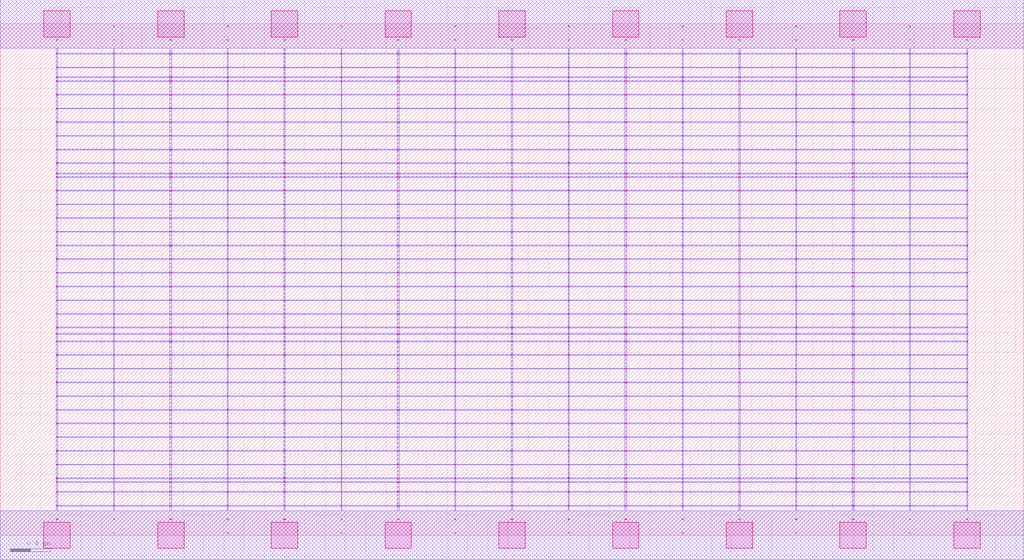
<source format=lef>
MACRO AOOAI323_DEBUG
 CLASS CORE ;
 FOREIGN AOOAI323_DEBUG 0 0 ;
 SIZE 10.08 BY 5.04 ;
 ORIGIN 0 0 ;
 SYMMETRY X Y R90 ;
 SITE unit ;

 OBS
    LAYER polycont ;
     RECT 0.55100000 2.58300000 0.56400000 2.59100000 ;
     RECT 1.11600000 2.58300000 1.12400000 2.59100000 ;
     RECT 1.67100000 2.58300000 1.68900000 2.59100000 ;
     RECT 2.23600000 2.58300000 2.24400000 2.59100000 ;
     RECT 2.79100000 2.58300000 2.80900000 2.59100000 ;
     RECT 3.35600000 2.58300000 3.36400000 2.59100000 ;
     RECT 3.91100000 2.58300000 3.92900000 2.59100000 ;
     RECT 4.47600000 2.58300000 4.48400000 2.59100000 ;
     RECT 5.03100000 2.58300000 5.04900000 2.59100000 ;
     RECT 5.59600000 2.58300000 5.60400000 2.59100000 ;
     RECT 6.15100000 2.58300000 6.16900000 2.59100000 ;
     RECT 6.71600000 2.58300000 6.72400000 2.59100000 ;
     RECT 7.27100000 2.58300000 7.28900000 2.59100000 ;
     RECT 7.83600000 2.58300000 7.84400000 2.59100000 ;
     RECT 8.39100000 2.58300000 8.40900000 2.59100000 ;
     RECT 8.95600000 2.58300000 8.96400000 2.59100000 ;
     RECT 9.51600000 2.58300000 9.52900000 2.59100000 ;
     RECT 0.55100000 2.71800000 0.56400000 2.72600000 ;
     RECT 1.11600000 2.71800000 1.12400000 2.72600000 ;
     RECT 1.67100000 2.71800000 1.68900000 2.72600000 ;
     RECT 2.23600000 2.71800000 2.24400000 2.72600000 ;
     RECT 2.79100000 2.71800000 2.80900000 2.72600000 ;
     RECT 3.35600000 2.71800000 3.36400000 2.72600000 ;
     RECT 3.91100000 2.71800000 3.92900000 2.72600000 ;
     RECT 4.47600000 2.71800000 4.48400000 2.72600000 ;
     RECT 5.03100000 2.71800000 5.04900000 2.72600000 ;
     RECT 5.59600000 2.71800000 5.60400000 2.72600000 ;
     RECT 6.15100000 2.71800000 6.16900000 2.72600000 ;
     RECT 6.71600000 2.71800000 6.72400000 2.72600000 ;
     RECT 7.27100000 2.71800000 7.28900000 2.72600000 ;
     RECT 7.83600000 2.71800000 7.84400000 2.72600000 ;
     RECT 8.39100000 2.71800000 8.40900000 2.72600000 ;
     RECT 8.95600000 2.71800000 8.96400000 2.72600000 ;
     RECT 9.51600000 2.71800000 9.52900000 2.72600000 ;
     RECT 0.55100000 2.85300000 0.56400000 2.86100000 ;
     RECT 1.11600000 2.85300000 1.12400000 2.86100000 ;
     RECT 1.67100000 2.85300000 1.68900000 2.86100000 ;
     RECT 2.23600000 2.85300000 2.24400000 2.86100000 ;
     RECT 2.79100000 2.85300000 2.80900000 2.86100000 ;
     RECT 3.35600000 2.85300000 3.36400000 2.86100000 ;
     RECT 3.91100000 2.85300000 3.92900000 2.86100000 ;
     RECT 4.47600000 2.85300000 4.48400000 2.86100000 ;
     RECT 5.03100000 2.85300000 5.04900000 2.86100000 ;
     RECT 5.59600000 2.85300000 5.60400000 2.86100000 ;
     RECT 6.15100000 2.85300000 6.16900000 2.86100000 ;
     RECT 6.71600000 2.85300000 6.72400000 2.86100000 ;
     RECT 7.27100000 2.85300000 7.28900000 2.86100000 ;
     RECT 7.83600000 2.85300000 7.84400000 2.86100000 ;
     RECT 8.39100000 2.85300000 8.40900000 2.86100000 ;
     RECT 8.95600000 2.85300000 8.96400000 2.86100000 ;
     RECT 9.51600000 2.85300000 9.52900000 2.86100000 ;
     RECT 0.55100000 2.98800000 0.56400000 2.99600000 ;
     RECT 1.11600000 2.98800000 1.12400000 2.99600000 ;
     RECT 1.67100000 2.98800000 1.68900000 2.99600000 ;
     RECT 2.23600000 2.98800000 2.24400000 2.99600000 ;
     RECT 2.79100000 2.98800000 2.80900000 2.99600000 ;
     RECT 3.35600000 2.98800000 3.36400000 2.99600000 ;
     RECT 3.91100000 2.98800000 3.92900000 2.99600000 ;
     RECT 4.47600000 2.98800000 4.48400000 2.99600000 ;
     RECT 5.03100000 2.98800000 5.04900000 2.99600000 ;
     RECT 5.59600000 2.98800000 5.60400000 2.99600000 ;
     RECT 6.15100000 2.98800000 6.16900000 2.99600000 ;
     RECT 6.71600000 2.98800000 6.72400000 2.99600000 ;
     RECT 7.27100000 2.98800000 7.28900000 2.99600000 ;
     RECT 7.83600000 2.98800000 7.84400000 2.99600000 ;
     RECT 8.39100000 2.98800000 8.40900000 2.99600000 ;
     RECT 8.95600000 2.98800000 8.96400000 2.99600000 ;
     RECT 9.51600000 2.98800000 9.52900000 2.99600000 ;

    LAYER pdiffc ;
     RECT 0.55100000 3.39300000 0.55900000 3.40100000 ;
     RECT 9.52100000 3.39300000 9.52900000 3.40100000 ;
     RECT 0.55100000 3.52800000 0.55900000 3.53600000 ;
     RECT 9.52100000 3.52800000 9.52900000 3.53600000 ;
     RECT 0.55100000 3.56100000 0.55900000 3.56900000 ;
     RECT 9.52100000 3.56100000 9.52900000 3.56900000 ;
     RECT 0.55100000 3.66300000 0.55900000 3.67100000 ;
     RECT 9.52100000 3.66300000 9.52900000 3.67100000 ;
     RECT 0.55100000 3.79800000 0.55900000 3.80600000 ;
     RECT 9.52100000 3.79800000 9.52900000 3.80600000 ;
     RECT 0.55100000 3.93300000 0.55900000 3.94100000 ;
     RECT 9.52100000 3.93300000 9.52900000 3.94100000 ;
     RECT 0.55100000 4.06800000 0.55900000 4.07600000 ;
     RECT 9.52100000 4.06800000 9.52900000 4.07600000 ;
     RECT 0.55100000 4.20300000 0.55900000 4.21100000 ;
     RECT 9.52100000 4.20300000 9.52900000 4.21100000 ;
     RECT 0.55100000 4.33800000 0.55900000 4.34600000 ;
     RECT 9.52100000 4.33800000 9.52900000 4.34600000 ;
     RECT 0.55100000 4.47300000 0.55900000 4.48100000 ;
     RECT 9.52100000 4.47300000 9.52900000 4.48100000 ;
     RECT 0.55100000 4.51100000 0.55900000 4.51900000 ;
     RECT 9.52100000 4.51100000 9.52900000 4.51900000 ;
     RECT 0.55100000 4.60800000 0.55900000 4.61600000 ;
     RECT 9.52100000 4.60800000 9.52900000 4.61600000 ;

    LAYER ndiffc ;
     RECT 5.03100000 0.42300000 5.04900000 0.43100000 ;
     RECT 5.03100000 0.52100000 5.04900000 0.52900000 ;
     RECT 5.03100000 0.55800000 5.04900000 0.56600000 ;
     RECT 5.03100000 0.69300000 5.04900000 0.70100000 ;
     RECT 5.03100000 0.82800000 5.04900000 0.83600000 ;
     RECT 5.03100000 0.96300000 5.04900000 0.97100000 ;
     RECT 5.03100000 1.09800000 5.04900000 1.10600000 ;
     RECT 5.03100000 1.23300000 5.04900000 1.24100000 ;
     RECT 5.03100000 1.36800000 5.04900000 1.37600000 ;
     RECT 5.03100000 1.50300000 5.04900000 1.51100000 ;
     RECT 5.03100000 1.63800000 5.04900000 1.64600000 ;
     RECT 5.03100000 1.77300000 5.04900000 1.78100000 ;
     RECT 5.03100000 1.90800000 5.04900000 1.91600000 ;
     RECT 5.03100000 1.98100000 5.04900000 1.98900000 ;
     RECT 5.03100000 2.04300000 5.04900000 2.05100000 ;
     RECT 8.39100000 0.42300000 8.40900000 0.43100000 ;
     RECT 6.15100000 0.69300000 6.16900000 0.70100000 ;
     RECT 7.27100000 0.69300000 7.28900000 0.70100000 ;
     RECT 8.39100000 0.69300000 8.40900000 0.70100000 ;
     RECT 9.51600000 0.69300000 9.52900000 0.70100000 ;
     RECT 9.51600000 0.42300000 9.52900000 0.43100000 ;
     RECT 6.15100000 0.82800000 6.16900000 0.83600000 ;
     RECT 7.27100000 0.82800000 7.28900000 0.83600000 ;
     RECT 8.39100000 0.82800000 8.40900000 0.83600000 ;
     RECT 9.51600000 0.82800000 9.52900000 0.83600000 ;
     RECT 6.15100000 0.42300000 6.16900000 0.43100000 ;
     RECT 6.15100000 0.96300000 6.16900000 0.97100000 ;
     RECT 7.27100000 0.96300000 7.28900000 0.97100000 ;
     RECT 8.39100000 0.96300000 8.40900000 0.97100000 ;
     RECT 9.51600000 0.96300000 9.52900000 0.97100000 ;
     RECT 6.15100000 0.52100000 6.16900000 0.52900000 ;
     RECT 6.15100000 1.09800000 6.16900000 1.10600000 ;
     RECT 7.27100000 1.09800000 7.28900000 1.10600000 ;
     RECT 8.39100000 1.09800000 8.40900000 1.10600000 ;
     RECT 9.51600000 1.09800000 9.52900000 1.10600000 ;
     RECT 7.27100000 0.52100000 7.28900000 0.52900000 ;
     RECT 6.15100000 1.23300000 6.16900000 1.24100000 ;
     RECT 7.27100000 1.23300000 7.28900000 1.24100000 ;
     RECT 8.39100000 1.23300000 8.40900000 1.24100000 ;
     RECT 9.51600000 1.23300000 9.52900000 1.24100000 ;
     RECT 8.39100000 0.52100000 8.40900000 0.52900000 ;
     RECT 6.15100000 1.36800000 6.16900000 1.37600000 ;
     RECT 7.27100000 1.36800000 7.28900000 1.37600000 ;
     RECT 8.39100000 1.36800000 8.40900000 1.37600000 ;
     RECT 9.51600000 1.36800000 9.52900000 1.37600000 ;
     RECT 9.51600000 0.52100000 9.52900000 0.52900000 ;
     RECT 6.15100000 1.50300000 6.16900000 1.51100000 ;
     RECT 7.27100000 1.50300000 7.28900000 1.51100000 ;
     RECT 8.39100000 1.50300000 8.40900000 1.51100000 ;
     RECT 9.51600000 1.50300000 9.52900000 1.51100000 ;
     RECT 7.27100000 0.42300000 7.28900000 0.43100000 ;
     RECT 6.15100000 1.63800000 6.16900000 1.64600000 ;
     RECT 7.27100000 1.63800000 7.28900000 1.64600000 ;
     RECT 8.39100000 1.63800000 8.40900000 1.64600000 ;
     RECT 9.51600000 1.63800000 9.52900000 1.64600000 ;
     RECT 6.15100000 0.55800000 6.16900000 0.56600000 ;
     RECT 6.15100000 1.77300000 6.16900000 1.78100000 ;
     RECT 7.27100000 1.77300000 7.28900000 1.78100000 ;
     RECT 8.39100000 1.77300000 8.40900000 1.78100000 ;
     RECT 9.51600000 1.77300000 9.52900000 1.78100000 ;
     RECT 7.27100000 0.55800000 7.28900000 0.56600000 ;
     RECT 6.15100000 1.90800000 6.16900000 1.91600000 ;
     RECT 7.27100000 1.90800000 7.28900000 1.91600000 ;
     RECT 8.39100000 1.90800000 8.40900000 1.91600000 ;
     RECT 9.51600000 1.90800000 9.52900000 1.91600000 ;
     RECT 8.39100000 0.55800000 8.40900000 0.56600000 ;
     RECT 6.15100000 1.98100000 6.16900000 1.98900000 ;
     RECT 7.27100000 1.98100000 7.28900000 1.98900000 ;
     RECT 8.39100000 1.98100000 8.40900000 1.98900000 ;
     RECT 9.51600000 1.98100000 9.52900000 1.98900000 ;
     RECT 9.51600000 0.55800000 9.52900000 0.56600000 ;
     RECT 6.15100000 2.04300000 6.16900000 2.05100000 ;
     RECT 7.27100000 2.04300000 7.28900000 2.05100000 ;
     RECT 8.39100000 2.04300000 8.40900000 2.05100000 ;
     RECT 9.51600000 2.04300000 9.52900000 2.05100000 ;
     RECT 3.91100000 1.36800000 3.92900000 1.37600000 ;
     RECT 2.79100000 0.55800000 2.80900000 0.56600000 ;
     RECT 3.91100000 0.55800000 3.92900000 0.56600000 ;
     RECT 1.67100000 0.52100000 1.68900000 0.52900000 ;
     RECT 2.79100000 0.52100000 2.80900000 0.52900000 ;
     RECT 3.91100000 0.52100000 3.92900000 0.52900000 ;
     RECT 0.55100000 1.50300000 0.56400000 1.51100000 ;
     RECT 1.67100000 1.50300000 1.68900000 1.51100000 ;
     RECT 2.79100000 1.50300000 2.80900000 1.51100000 ;
     RECT 3.91100000 1.50300000 3.92900000 1.51100000 ;
     RECT 0.55100000 0.96300000 0.56400000 0.97100000 ;
     RECT 1.67100000 0.96300000 1.68900000 0.97100000 ;
     RECT 2.79100000 0.96300000 2.80900000 0.97100000 ;
     RECT 3.91100000 0.96300000 3.92900000 0.97100000 ;
     RECT 1.67100000 0.42300000 1.68900000 0.43100000 ;
     RECT 0.55100000 1.63800000 0.56400000 1.64600000 ;
     RECT 1.67100000 1.63800000 1.68900000 1.64600000 ;
     RECT 2.79100000 1.63800000 2.80900000 1.64600000 ;
     RECT 3.91100000 1.63800000 3.92900000 1.64600000 ;
     RECT 2.79100000 0.42300000 2.80900000 0.43100000 ;
     RECT 0.55100000 0.69300000 0.56400000 0.70100000 ;
     RECT 1.67100000 0.69300000 1.68900000 0.70100000 ;
     RECT 2.79100000 0.69300000 2.80900000 0.70100000 ;
     RECT 0.55100000 1.09800000 0.56400000 1.10600000 ;
     RECT 0.55100000 1.77300000 0.56400000 1.78100000 ;
     RECT 1.67100000 1.77300000 1.68900000 1.78100000 ;
     RECT 2.79100000 1.77300000 2.80900000 1.78100000 ;
     RECT 3.91100000 1.77300000 3.92900000 1.78100000 ;
     RECT 1.67100000 1.09800000 1.68900000 1.10600000 ;
     RECT 2.79100000 1.09800000 2.80900000 1.10600000 ;
     RECT 3.91100000 1.09800000 3.92900000 1.10600000 ;
     RECT 3.91100000 0.69300000 3.92900000 0.70100000 ;
     RECT 3.91100000 0.42300000 3.92900000 0.43100000 ;
     RECT 0.55100000 1.90800000 0.56400000 1.91600000 ;
     RECT 1.67100000 1.90800000 1.68900000 1.91600000 ;
     RECT 2.79100000 1.90800000 2.80900000 1.91600000 ;
     RECT 3.91100000 1.90800000 3.92900000 1.91600000 ;
     RECT 0.55100000 0.42300000 0.56400000 0.43100000 ;
     RECT 0.55100000 0.52100000 0.56400000 0.52900000 ;
     RECT 0.55100000 0.55800000 0.56400000 0.56600000 ;
     RECT 0.55100000 1.23300000 0.56400000 1.24100000 ;
     RECT 1.67100000 1.23300000 1.68900000 1.24100000 ;
     RECT 0.55100000 1.98100000 0.56400000 1.98900000 ;
     RECT 1.67100000 1.98100000 1.68900000 1.98900000 ;
     RECT 2.79100000 1.98100000 2.80900000 1.98900000 ;
     RECT 3.91100000 1.98100000 3.92900000 1.98900000 ;
     RECT 2.79100000 1.23300000 2.80900000 1.24100000 ;
     RECT 3.91100000 1.23300000 3.92900000 1.24100000 ;
     RECT 1.67100000 0.55800000 1.68900000 0.56600000 ;
     RECT 0.55100000 0.82800000 0.56400000 0.83600000 ;
     RECT 1.67100000 0.82800000 1.68900000 0.83600000 ;
     RECT 0.55100000 2.04300000 0.56400000 2.05100000 ;
     RECT 1.67100000 2.04300000 1.68900000 2.05100000 ;
     RECT 2.79100000 2.04300000 2.80900000 2.05100000 ;
     RECT 3.91100000 2.04300000 3.92900000 2.05100000 ;
     RECT 2.79100000 0.82800000 2.80900000 0.83600000 ;
     RECT 3.91100000 0.82800000 3.92900000 0.83600000 ;
     RECT 0.55100000 1.36800000 0.56400000 1.37600000 ;
     RECT 1.67100000 1.36800000 1.68900000 1.37600000 ;
     RECT 2.79100000 1.36800000 2.80900000 1.37600000 ;

    LAYER met1 ;
     RECT 0.00000000 -0.24000000 10.08000000 0.24000000 ;
     RECT 5.03100000 0.24000000 5.04900000 0.28800000 ;
     RECT 0.55100000 0.28800000 9.52900000 0.29600000 ;
     RECT 5.03100000 0.29600000 5.04900000 0.42300000 ;
     RECT 0.55100000 0.42300000 9.52900000 0.43100000 ;
     RECT 5.03100000 0.43100000 5.04900000 0.52100000 ;
     RECT 0.55100000 0.52100000 9.52900000 0.52900000 ;
     RECT 5.03100000 0.52900000 5.04900000 0.55800000 ;
     RECT 0.55100000 0.55800000 9.52900000 0.56600000 ;
     RECT 5.03100000 0.56600000 5.04900000 0.69300000 ;
     RECT 0.55100000 0.69300000 9.52900000 0.70100000 ;
     RECT 5.03100000 0.70100000 5.04900000 0.82800000 ;
     RECT 0.55100000 0.82800000 9.52900000 0.83600000 ;
     RECT 5.03100000 0.83600000 5.04900000 0.96300000 ;
     RECT 0.55100000 0.96300000 9.52900000 0.97100000 ;
     RECT 5.03100000 0.97100000 5.04900000 1.09800000 ;
     RECT 0.55100000 1.09800000 9.52900000 1.10600000 ;
     RECT 5.03100000 1.10600000 5.04900000 1.23300000 ;
     RECT 0.55100000 1.23300000 9.52900000 1.24100000 ;
     RECT 5.03100000 1.24100000 5.04900000 1.36800000 ;
     RECT 0.55100000 1.36800000 9.52900000 1.37600000 ;
     RECT 5.03100000 1.37600000 5.04900000 1.50300000 ;
     RECT 0.55100000 1.50300000 9.52900000 1.51100000 ;
     RECT 5.03100000 1.51100000 5.04900000 1.63800000 ;
     RECT 0.55100000 1.63800000 9.52900000 1.64600000 ;
     RECT 5.03100000 1.64600000 5.04900000 1.77300000 ;
     RECT 0.55100000 1.77300000 9.52900000 1.78100000 ;
     RECT 5.03100000 1.78100000 5.04900000 1.90800000 ;
     RECT 0.55100000 1.90800000 9.52900000 1.91600000 ;
     RECT 5.03100000 1.91600000 5.04900000 1.98100000 ;
     RECT 0.55100000 1.98100000 9.52900000 1.98900000 ;
     RECT 5.03100000 1.98900000 5.04900000 2.04300000 ;
     RECT 0.55100000 2.04300000 9.52900000 2.05100000 ;
     RECT 5.03100000 2.05100000 5.04900000 2.17800000 ;
     RECT 0.55100000 2.17800000 9.52900000 2.18600000 ;
     RECT 5.03100000 2.18600000 5.04900000 2.31300000 ;
     RECT 0.55100000 2.31300000 9.52900000 2.32100000 ;
     RECT 5.03100000 2.32100000 5.04900000 2.44800000 ;
     RECT 0.55100000 2.44800000 9.52900000 2.45600000 ;
     RECT 0.55100000 2.45600000 0.56400000 2.58300000 ;
     RECT 1.11600000 2.45600000 1.12400000 2.58300000 ;
     RECT 1.67100000 2.45600000 1.68900000 2.58300000 ;
     RECT 2.23600000 2.45600000 2.24400000 2.58300000 ;
     RECT 2.79100000 2.45600000 2.80900000 2.58300000 ;
     RECT 3.35600000 2.45600000 3.36400000 2.58300000 ;
     RECT 3.91100000 2.45600000 3.92900000 2.58300000 ;
     RECT 4.47600000 2.45600000 4.48400000 2.58300000 ;
     RECT 5.03100000 2.45600000 5.04900000 2.58300000 ;
     RECT 5.59600000 2.45600000 5.60400000 2.58300000 ;
     RECT 6.15100000 2.45600000 6.16900000 2.58300000 ;
     RECT 6.71600000 2.45600000 6.72400000 2.58300000 ;
     RECT 7.27100000 2.45600000 7.28900000 2.58300000 ;
     RECT 7.83600000 2.45600000 7.84400000 2.58300000 ;
     RECT 8.39100000 2.45600000 8.40900000 2.58300000 ;
     RECT 8.95600000 2.45600000 8.96400000 2.58300000 ;
     RECT 9.51600000 2.45600000 9.52900000 2.58300000 ;
     RECT 0.55100000 2.58300000 9.52900000 2.59100000 ;
     RECT 5.03100000 2.59100000 5.04900000 2.71800000 ;
     RECT 0.55100000 2.71800000 9.52900000 2.72600000 ;
     RECT 5.03100000 2.72600000 5.04900000 2.85300000 ;
     RECT 0.55100000 2.85300000 9.52900000 2.86100000 ;
     RECT 5.03100000 2.86100000 5.04900000 2.98800000 ;
     RECT 0.55100000 2.98800000 9.52900000 2.99600000 ;
     RECT 5.03100000 2.99600000 5.04900000 3.12300000 ;
     RECT 0.55100000 3.12300000 9.52900000 3.13100000 ;
     RECT 5.03100000 3.13100000 5.04900000 3.25800000 ;
     RECT 0.55100000 3.25800000 9.52900000 3.26600000 ;
     RECT 5.03100000 3.26600000 5.04900000 3.39300000 ;
     RECT 0.55100000 3.39300000 9.52900000 3.40100000 ;
     RECT 5.03100000 3.40100000 5.04900000 3.52800000 ;
     RECT 0.55100000 3.52800000 9.52900000 3.53600000 ;
     RECT 5.03100000 3.53600000 5.04900000 3.56100000 ;
     RECT 0.55100000 3.56100000 9.52900000 3.56900000 ;
     RECT 5.03100000 3.56900000 5.04900000 3.66300000 ;
     RECT 0.55100000 3.66300000 9.52900000 3.67100000 ;
     RECT 5.03100000 3.67100000 5.04900000 3.79800000 ;
     RECT 0.55100000 3.79800000 9.52900000 3.80600000 ;
     RECT 5.03100000 3.80600000 5.04900000 3.93300000 ;
     RECT 0.55100000 3.93300000 9.52900000 3.94100000 ;
     RECT 5.03100000 3.94100000 5.04900000 4.06800000 ;
     RECT 0.55100000 4.06800000 9.52900000 4.07600000 ;
     RECT 5.03100000 4.07600000 5.04900000 4.20300000 ;
     RECT 0.55100000 4.20300000 9.52900000 4.21100000 ;
     RECT 5.03100000 4.21100000 5.04900000 4.33800000 ;
     RECT 0.55100000 4.33800000 9.52900000 4.34600000 ;
     RECT 5.03100000 4.34600000 5.04900000 4.47300000 ;
     RECT 0.55100000 4.47300000 9.52900000 4.48100000 ;
     RECT 5.03100000 4.48100000 5.04900000 4.51100000 ;
     RECT 0.55100000 4.51100000 9.52900000 4.51900000 ;
     RECT 5.03100000 4.51900000 5.04900000 4.60800000 ;
     RECT 0.55100000 4.60800000 9.52900000 4.61600000 ;
     RECT 5.03100000 4.61600000 5.04900000 4.74300000 ;
     RECT 0.55100000 4.74300000 9.52900000 4.75100000 ;
     RECT 5.03100000 4.75100000 5.04900000 4.80000000 ;
     RECT 0.00000000 4.80000000 10.08000000 5.28000000 ;
     RECT 5.59600000 3.80600000 5.60400000 3.93300000 ;
     RECT 6.15100000 3.80600000 6.16900000 3.93300000 ;
     RECT 6.71600000 3.80600000 6.72400000 3.93300000 ;
     RECT 7.27100000 3.80600000 7.28900000 3.93300000 ;
     RECT 7.83600000 3.80600000 7.84400000 3.93300000 ;
     RECT 8.39100000 3.80600000 8.40900000 3.93300000 ;
     RECT 8.95600000 3.80600000 8.96400000 3.93300000 ;
     RECT 9.51600000 3.80600000 9.52900000 3.93300000 ;
     RECT 7.83600000 3.94100000 7.84400000 4.06800000 ;
     RECT 8.39100000 3.94100000 8.40900000 4.06800000 ;
     RECT 8.95600000 3.94100000 8.96400000 4.06800000 ;
     RECT 9.51600000 3.94100000 9.52900000 4.06800000 ;
     RECT 7.83600000 4.07600000 7.84400000 4.20300000 ;
     RECT 8.39100000 4.07600000 8.40900000 4.20300000 ;
     RECT 8.95600000 4.07600000 8.96400000 4.20300000 ;
     RECT 9.51600000 4.07600000 9.52900000 4.20300000 ;
     RECT 7.83600000 4.21100000 7.84400000 4.33800000 ;
     RECT 8.39100000 4.21100000 8.40900000 4.33800000 ;
     RECT 8.95600000 4.21100000 8.96400000 4.33800000 ;
     RECT 9.51600000 4.21100000 9.52900000 4.33800000 ;
     RECT 7.83600000 4.34600000 7.84400000 4.47300000 ;
     RECT 8.39100000 4.34600000 8.40900000 4.47300000 ;
     RECT 8.95600000 4.34600000 8.96400000 4.47300000 ;
     RECT 9.51600000 4.34600000 9.52900000 4.47300000 ;
     RECT 7.83600000 4.48100000 7.84400000 4.51100000 ;
     RECT 8.39100000 4.48100000 8.40900000 4.51100000 ;
     RECT 8.95600000 4.48100000 8.96400000 4.51100000 ;
     RECT 9.51600000 4.48100000 9.52900000 4.51100000 ;
     RECT 7.83600000 4.51900000 7.84400000 4.60800000 ;
     RECT 8.39100000 4.51900000 8.40900000 4.60800000 ;
     RECT 8.95600000 4.51900000 8.96400000 4.60800000 ;
     RECT 9.51600000 4.51900000 9.52900000 4.60800000 ;
     RECT 7.83600000 4.61600000 7.84400000 4.74300000 ;
     RECT 8.39100000 4.61600000 8.40900000 4.74300000 ;
     RECT 8.95600000 4.61600000 8.96400000 4.74300000 ;
     RECT 9.51600000 4.61600000 9.52900000 4.74300000 ;
     RECT 7.83600000 4.75100000 7.84400000 4.80000000 ;
     RECT 8.39100000 4.75100000 8.40900000 4.80000000 ;
     RECT 8.95600000 4.75100000 8.96400000 4.80000000 ;
     RECT 9.51600000 4.75100000 9.52900000 4.80000000 ;
     RECT 5.59600000 4.48100000 5.60400000 4.51100000 ;
     RECT 6.15100000 4.48100000 6.16900000 4.51100000 ;
     RECT 6.71600000 4.48100000 6.72400000 4.51100000 ;
     RECT 7.27100000 4.48100000 7.28900000 4.51100000 ;
     RECT 5.59600000 4.21100000 5.60400000 4.33800000 ;
     RECT 6.15100000 4.21100000 6.16900000 4.33800000 ;
     RECT 6.71600000 4.21100000 6.72400000 4.33800000 ;
     RECT 7.27100000 4.21100000 7.28900000 4.33800000 ;
     RECT 5.59600000 4.51900000 5.60400000 4.60800000 ;
     RECT 6.15100000 4.51900000 6.16900000 4.60800000 ;
     RECT 6.71600000 4.51900000 6.72400000 4.60800000 ;
     RECT 7.27100000 4.51900000 7.28900000 4.60800000 ;
     RECT 5.59600000 4.07600000 5.60400000 4.20300000 ;
     RECT 6.15100000 4.07600000 6.16900000 4.20300000 ;
     RECT 6.71600000 4.07600000 6.72400000 4.20300000 ;
     RECT 7.27100000 4.07600000 7.28900000 4.20300000 ;
     RECT 5.59600000 4.61600000 5.60400000 4.74300000 ;
     RECT 6.15100000 4.61600000 6.16900000 4.74300000 ;
     RECT 6.71600000 4.61600000 6.72400000 4.74300000 ;
     RECT 7.27100000 4.61600000 7.28900000 4.74300000 ;
     RECT 5.59600000 4.34600000 5.60400000 4.47300000 ;
     RECT 6.15100000 4.34600000 6.16900000 4.47300000 ;
     RECT 6.71600000 4.34600000 6.72400000 4.47300000 ;
     RECT 7.27100000 4.34600000 7.28900000 4.47300000 ;
     RECT 5.59600000 4.75100000 5.60400000 4.80000000 ;
     RECT 6.15100000 4.75100000 6.16900000 4.80000000 ;
     RECT 6.71600000 4.75100000 6.72400000 4.80000000 ;
     RECT 7.27100000 4.75100000 7.28900000 4.80000000 ;
     RECT 5.59600000 3.94100000 5.60400000 4.06800000 ;
     RECT 6.15100000 3.94100000 6.16900000 4.06800000 ;
     RECT 6.71600000 3.94100000 6.72400000 4.06800000 ;
     RECT 7.27100000 3.94100000 7.28900000 4.06800000 ;
     RECT 5.59600000 2.59100000 5.60400000 2.71800000 ;
     RECT 6.15100000 2.59100000 6.16900000 2.71800000 ;
     RECT 5.59600000 3.26600000 5.60400000 3.39300000 ;
     RECT 6.15100000 3.26600000 6.16900000 3.39300000 ;
     RECT 5.59600000 2.86100000 5.60400000 2.98800000 ;
     RECT 6.15100000 2.86100000 6.16900000 2.98800000 ;
     RECT 6.71600000 3.26600000 6.72400000 3.39300000 ;
     RECT 7.27100000 3.26600000 7.28900000 3.39300000 ;
     RECT 5.59600000 2.72600000 5.60400000 2.85300000 ;
     RECT 6.15100000 2.72600000 6.16900000 2.85300000 ;
     RECT 5.59600000 3.40100000 5.60400000 3.52800000 ;
     RECT 6.15100000 3.40100000 6.16900000 3.52800000 ;
     RECT 5.59600000 2.99600000 5.60400000 3.12300000 ;
     RECT 6.15100000 2.99600000 6.16900000 3.12300000 ;
     RECT 6.71600000 3.40100000 6.72400000 3.52800000 ;
     RECT 7.27100000 3.40100000 7.28900000 3.52800000 ;
     RECT 6.71600000 2.86100000 6.72400000 2.98800000 ;
     RECT 7.27100000 2.86100000 7.28900000 2.98800000 ;
     RECT 6.71600000 2.72600000 6.72400000 2.85300000 ;
     RECT 7.27100000 2.72600000 7.28900000 2.85300000 ;
     RECT 5.59600000 3.53600000 5.60400000 3.56100000 ;
     RECT 6.15100000 3.53600000 6.16900000 3.56100000 ;
     RECT 6.71600000 2.99600000 6.72400000 3.12300000 ;
     RECT 7.27100000 2.99600000 7.28900000 3.12300000 ;
     RECT 6.71600000 3.53600000 6.72400000 3.56100000 ;
     RECT 7.27100000 3.53600000 7.28900000 3.56100000 ;
     RECT 5.59600000 3.56900000 5.60400000 3.66300000 ;
     RECT 6.15100000 3.56900000 6.16900000 3.66300000 ;
     RECT 6.71600000 3.56900000 6.72400000 3.66300000 ;
     RECT 7.27100000 3.56900000 7.28900000 3.66300000 ;
     RECT 5.59600000 3.67100000 5.60400000 3.79800000 ;
     RECT 6.15100000 3.67100000 6.16900000 3.79800000 ;
     RECT 6.71600000 3.67100000 6.72400000 3.79800000 ;
     RECT 7.27100000 3.67100000 7.28900000 3.79800000 ;
     RECT 6.71600000 2.59100000 6.72400000 2.71800000 ;
     RECT 7.27100000 2.59100000 7.28900000 2.71800000 ;
     RECT 5.59600000 3.13100000 5.60400000 3.25800000 ;
     RECT 6.15100000 3.13100000 6.16900000 3.25800000 ;
     RECT 6.71600000 3.13100000 6.72400000 3.25800000 ;
     RECT 7.27100000 3.13100000 7.28900000 3.25800000 ;
     RECT 8.39100000 2.59100000 8.40900000 2.71800000 ;
     RECT 9.51600000 2.99600000 9.52900000 3.12300000 ;
     RECT 7.83600000 3.13100000 7.84400000 3.25800000 ;
     RECT 7.83600000 3.56900000 7.84400000 3.66300000 ;
     RECT 8.39100000 3.56900000 8.40900000 3.66300000 ;
     RECT 8.95600000 3.56900000 8.96400000 3.66300000 ;
     RECT 9.51600000 3.56900000 9.52900000 3.66300000 ;
     RECT 8.95600000 2.72600000 8.96400000 2.85300000 ;
     RECT 9.51600000 2.72600000 9.52900000 2.85300000 ;
     RECT 8.39100000 3.13100000 8.40900000 3.25800000 ;
     RECT 7.83600000 3.40100000 7.84400000 3.52800000 ;
     RECT 8.39100000 3.40100000 8.40900000 3.52800000 ;
     RECT 8.95600000 3.40100000 8.96400000 3.52800000 ;
     RECT 7.83600000 3.67100000 7.84400000 3.79800000 ;
     RECT 8.39100000 3.67100000 8.40900000 3.79800000 ;
     RECT 8.95600000 3.67100000 8.96400000 3.79800000 ;
     RECT 7.83600000 2.86100000 7.84400000 2.98800000 ;
     RECT 8.39100000 2.86100000 8.40900000 2.98800000 ;
     RECT 9.51600000 3.67100000 9.52900000 3.79800000 ;
     RECT 9.51600000 3.40100000 9.52900000 3.52800000 ;
     RECT 8.95600000 3.13100000 8.96400000 3.25800000 ;
     RECT 7.83600000 3.26600000 7.84400000 3.39300000 ;
     RECT 8.39100000 3.26600000 8.40900000 3.39300000 ;
     RECT 8.95600000 3.26600000 8.96400000 3.39300000 ;
     RECT 9.51600000 3.26600000 9.52900000 3.39300000 ;
     RECT 9.51600000 3.13100000 9.52900000 3.25800000 ;
     RECT 8.95600000 2.86100000 8.96400000 2.98800000 ;
     RECT 9.51600000 2.86100000 9.52900000 2.98800000 ;
     RECT 7.83600000 3.53600000 7.84400000 3.56100000 ;
     RECT 7.83600000 2.99600000 7.84400000 3.12300000 ;
     RECT 8.39100000 2.99600000 8.40900000 3.12300000 ;
     RECT 8.39100000 3.53600000 8.40900000 3.56100000 ;
     RECT 8.95600000 3.53600000 8.96400000 3.56100000 ;
     RECT 9.51600000 3.53600000 9.52900000 3.56100000 ;
     RECT 7.83600000 2.72600000 7.84400000 2.85300000 ;
     RECT 8.39100000 2.72600000 8.40900000 2.85300000 ;
     RECT 8.95600000 2.59100000 8.96400000 2.71800000 ;
     RECT 9.51600000 2.59100000 9.52900000 2.71800000 ;
     RECT 7.83600000 2.59100000 7.84400000 2.71800000 ;
     RECT 8.95600000 2.99600000 8.96400000 3.12300000 ;
     RECT 0.55100000 3.80600000 0.56400000 3.93300000 ;
     RECT 1.11600000 3.80600000 1.12400000 3.93300000 ;
     RECT 1.67100000 3.80600000 1.68900000 3.93300000 ;
     RECT 2.23600000 3.80600000 2.24400000 3.93300000 ;
     RECT 2.79100000 3.80600000 2.80900000 3.93300000 ;
     RECT 3.35600000 3.80600000 3.36400000 3.93300000 ;
     RECT 3.91100000 3.80600000 3.92900000 3.93300000 ;
     RECT 4.47600000 3.80600000 4.48400000 3.93300000 ;
     RECT 2.79100000 4.21100000 2.80900000 4.33800000 ;
     RECT 3.35600000 4.21100000 3.36400000 4.33800000 ;
     RECT 3.91100000 4.21100000 3.92900000 4.33800000 ;
     RECT 4.47600000 4.21100000 4.48400000 4.33800000 ;
     RECT 2.79100000 4.34600000 2.80900000 4.47300000 ;
     RECT 3.35600000 4.34600000 3.36400000 4.47300000 ;
     RECT 3.91100000 4.34600000 3.92900000 4.47300000 ;
     RECT 4.47600000 4.34600000 4.48400000 4.47300000 ;
     RECT 2.79100000 4.48100000 2.80900000 4.51100000 ;
     RECT 3.35600000 4.48100000 3.36400000 4.51100000 ;
     RECT 3.91100000 4.48100000 3.92900000 4.51100000 ;
     RECT 4.47600000 4.48100000 4.48400000 4.51100000 ;
     RECT 2.79100000 4.51900000 2.80900000 4.60800000 ;
     RECT 3.35600000 4.51900000 3.36400000 4.60800000 ;
     RECT 3.91100000 4.51900000 3.92900000 4.60800000 ;
     RECT 4.47600000 4.51900000 4.48400000 4.60800000 ;
     RECT 2.79100000 4.61600000 2.80900000 4.74300000 ;
     RECT 3.35600000 4.61600000 3.36400000 4.74300000 ;
     RECT 3.91100000 4.61600000 3.92900000 4.74300000 ;
     RECT 4.47600000 4.61600000 4.48400000 4.74300000 ;
     RECT 2.79100000 4.75100000 2.80900000 4.80000000 ;
     RECT 3.35600000 4.75100000 3.36400000 4.80000000 ;
     RECT 3.91100000 4.75100000 3.92900000 4.80000000 ;
     RECT 4.47600000 4.75100000 4.48400000 4.80000000 ;
     RECT 2.79100000 3.94100000 2.80900000 4.06800000 ;
     RECT 3.35600000 3.94100000 3.36400000 4.06800000 ;
     RECT 3.91100000 3.94100000 3.92900000 4.06800000 ;
     RECT 4.47600000 3.94100000 4.48400000 4.06800000 ;
     RECT 2.79100000 4.07600000 2.80900000 4.20300000 ;
     RECT 3.35600000 4.07600000 3.36400000 4.20300000 ;
     RECT 3.91100000 4.07600000 3.92900000 4.20300000 ;
     RECT 4.47600000 4.07600000 4.48400000 4.20300000 ;
     RECT 0.55100000 4.51900000 0.56400000 4.60800000 ;
     RECT 1.11600000 4.51900000 1.12400000 4.60800000 ;
     RECT 1.67100000 4.51900000 1.68900000 4.60800000 ;
     RECT 2.23600000 4.51900000 2.24400000 4.60800000 ;
     RECT 0.55100000 4.07600000 0.56400000 4.20300000 ;
     RECT 1.11600000 4.07600000 1.12400000 4.20300000 ;
     RECT 1.67100000 4.07600000 1.68900000 4.20300000 ;
     RECT 2.23600000 4.07600000 2.24400000 4.20300000 ;
     RECT 0.55100000 4.61600000 0.56400000 4.74300000 ;
     RECT 1.11600000 4.61600000 1.12400000 4.74300000 ;
     RECT 1.67100000 4.61600000 1.68900000 4.74300000 ;
     RECT 2.23600000 4.61600000 2.24400000 4.74300000 ;
     RECT 0.55100000 4.34600000 0.56400000 4.47300000 ;
     RECT 1.11600000 4.34600000 1.12400000 4.47300000 ;
     RECT 1.67100000 4.34600000 1.68900000 4.47300000 ;
     RECT 2.23600000 4.34600000 2.24400000 4.47300000 ;
     RECT 0.55100000 4.75100000 0.56400000 4.80000000 ;
     RECT 1.11600000 4.75100000 1.12400000 4.80000000 ;
     RECT 1.67100000 4.75100000 1.68900000 4.80000000 ;
     RECT 2.23600000 4.75100000 2.24400000 4.80000000 ;
     RECT 0.55100000 3.94100000 0.56400000 4.06800000 ;
     RECT 1.11600000 3.94100000 1.12400000 4.06800000 ;
     RECT 1.67100000 3.94100000 1.68900000 4.06800000 ;
     RECT 2.23600000 3.94100000 2.24400000 4.06800000 ;
     RECT 0.55100000 4.48100000 0.56400000 4.51100000 ;
     RECT 1.11600000 4.48100000 1.12400000 4.51100000 ;
     RECT 1.67100000 4.48100000 1.68900000 4.51100000 ;
     RECT 2.23600000 4.48100000 2.24400000 4.51100000 ;
     RECT 0.55100000 4.21100000 0.56400000 4.33800000 ;
     RECT 1.11600000 4.21100000 1.12400000 4.33800000 ;
     RECT 1.67100000 4.21100000 1.68900000 4.33800000 ;
     RECT 2.23600000 4.21100000 2.24400000 4.33800000 ;
     RECT 1.67100000 2.86100000 1.68900000 2.98800000 ;
     RECT 2.23600000 2.86100000 2.24400000 2.98800000 ;
     RECT 0.55100000 3.13100000 0.56400000 3.25800000 ;
     RECT 1.11600000 3.13100000 1.12400000 3.25800000 ;
     RECT 1.67100000 3.13100000 1.68900000 3.25800000 ;
     RECT 2.23600000 3.13100000 2.24400000 3.25800000 ;
     RECT 0.55100000 3.67100000 0.56400000 3.79800000 ;
     RECT 1.11600000 3.67100000 1.12400000 3.79800000 ;
     RECT 1.67100000 3.67100000 1.68900000 3.79800000 ;
     RECT 2.23600000 3.67100000 2.24400000 3.79800000 ;
     RECT 0.55100000 2.59100000 0.56400000 2.71800000 ;
     RECT 1.11600000 2.59100000 1.12400000 2.71800000 ;
     RECT 0.55100000 2.72600000 0.56400000 2.85300000 ;
     RECT 1.11600000 2.72600000 1.12400000 2.85300000 ;
     RECT 0.55100000 2.86100000 0.56400000 2.98800000 ;
     RECT 1.11600000 2.86100000 1.12400000 2.98800000 ;
     RECT 0.55100000 3.53600000 0.56400000 3.56100000 ;
     RECT 1.11600000 3.53600000 1.12400000 3.56100000 ;
     RECT 0.55100000 3.26600000 0.56400000 3.39300000 ;
     RECT 1.11600000 3.26600000 1.12400000 3.39300000 ;
     RECT 1.67100000 3.26600000 1.68900000 3.39300000 ;
     RECT 2.23600000 3.26600000 2.24400000 3.39300000 ;
     RECT 1.67100000 2.59100000 1.68900000 2.71800000 ;
     RECT 2.23600000 2.59100000 2.24400000 2.71800000 ;
     RECT 0.55100000 3.56900000 0.56400000 3.66300000 ;
     RECT 1.11600000 3.56900000 1.12400000 3.66300000 ;
     RECT 1.67100000 3.56900000 1.68900000 3.66300000 ;
     RECT 2.23600000 3.56900000 2.24400000 3.66300000 ;
     RECT 1.67100000 3.53600000 1.68900000 3.56100000 ;
     RECT 2.23600000 3.53600000 2.24400000 3.56100000 ;
     RECT 1.67100000 2.99600000 1.68900000 3.12300000 ;
     RECT 2.23600000 2.99600000 2.24400000 3.12300000 ;
     RECT 0.55100000 3.40100000 0.56400000 3.52800000 ;
     RECT 1.11600000 3.40100000 1.12400000 3.52800000 ;
     RECT 0.55100000 2.99600000 0.56400000 3.12300000 ;
     RECT 1.11600000 2.99600000 1.12400000 3.12300000 ;
     RECT 1.67100000 2.72600000 1.68900000 2.85300000 ;
     RECT 2.23600000 2.72600000 2.24400000 2.85300000 ;
     RECT 1.67100000 3.40100000 1.68900000 3.52800000 ;
     RECT 2.23600000 3.40100000 2.24400000 3.52800000 ;
     RECT 2.79100000 3.67100000 2.80900000 3.79800000 ;
     RECT 3.35600000 3.67100000 3.36400000 3.79800000 ;
     RECT 3.91100000 3.67100000 3.92900000 3.79800000 ;
     RECT 4.47600000 3.67100000 4.48400000 3.79800000 ;
     RECT 2.79100000 3.40100000 2.80900000 3.52800000 ;
     RECT 3.35600000 3.40100000 3.36400000 3.52800000 ;
     RECT 3.91100000 3.40100000 3.92900000 3.52800000 ;
     RECT 4.47600000 3.40100000 4.48400000 3.52800000 ;
     RECT 2.79100000 3.53600000 2.80900000 3.56100000 ;
     RECT 3.35600000 3.53600000 3.36400000 3.56100000 ;
     RECT 3.91100000 3.56900000 3.92900000 3.66300000 ;
     RECT 4.47600000 3.56900000 4.48400000 3.66300000 ;
     RECT 2.79100000 2.86100000 2.80900000 2.98800000 ;
     RECT 3.35600000 2.86100000 3.36400000 2.98800000 ;
     RECT 3.91100000 2.86100000 3.92900000 2.98800000 ;
     RECT 4.47600000 2.86100000 4.48400000 2.98800000 ;
     RECT 2.79100000 3.26600000 2.80900000 3.39300000 ;
     RECT 3.35600000 3.26600000 3.36400000 3.39300000 ;
     RECT 3.91100000 3.26600000 3.92900000 3.39300000 ;
     RECT 4.47600000 3.26600000 4.48400000 3.39300000 ;
     RECT 3.91100000 3.53600000 3.92900000 3.56100000 ;
     RECT 4.47600000 3.53600000 4.48400000 3.56100000 ;
     RECT 2.79100000 2.72600000 2.80900000 2.85300000 ;
     RECT 3.35600000 2.72600000 3.36400000 2.85300000 ;
     RECT 2.79100000 3.13100000 2.80900000 3.25800000 ;
     RECT 3.35600000 3.13100000 3.36400000 3.25800000 ;
     RECT 3.91100000 3.13100000 3.92900000 3.25800000 ;
     RECT 4.47600000 3.13100000 4.48400000 3.25800000 ;
     RECT 3.91100000 2.99600000 3.92900000 3.12300000 ;
     RECT 4.47600000 2.99600000 4.48400000 3.12300000 ;
     RECT 3.91100000 2.59100000 3.92900000 2.71800000 ;
     RECT 4.47600000 2.59100000 4.48400000 2.71800000 ;
     RECT 3.91100000 2.72600000 3.92900000 2.85300000 ;
     RECT 4.47600000 2.72600000 4.48400000 2.85300000 ;
     RECT 2.79100000 3.56900000 2.80900000 3.66300000 ;
     RECT 3.35600000 3.56900000 3.36400000 3.66300000 ;
     RECT 2.79100000 2.99600000 2.80900000 3.12300000 ;
     RECT 3.35600000 2.99600000 3.36400000 3.12300000 ;
     RECT 2.79100000 2.59100000 2.80900000 2.71800000 ;
     RECT 3.35600000 2.59100000 3.36400000 2.71800000 ;
     RECT 0.55100000 1.10600000 0.56400000 1.23300000 ;
     RECT 1.11600000 1.10600000 1.12400000 1.23300000 ;
     RECT 1.67100000 1.10600000 1.68900000 1.23300000 ;
     RECT 2.23600000 1.10600000 2.24400000 1.23300000 ;
     RECT 2.79100000 1.10600000 2.80900000 1.23300000 ;
     RECT 3.35600000 1.10600000 3.36400000 1.23300000 ;
     RECT 3.91100000 1.10600000 3.92900000 1.23300000 ;
     RECT 4.47600000 1.10600000 4.48400000 1.23300000 ;
     RECT 2.79100000 1.51100000 2.80900000 1.63800000 ;
     RECT 3.35600000 1.51100000 3.36400000 1.63800000 ;
     RECT 3.91100000 1.51100000 3.92900000 1.63800000 ;
     RECT 4.47600000 1.51100000 4.48400000 1.63800000 ;
     RECT 2.79100000 1.64600000 2.80900000 1.77300000 ;
     RECT 3.35600000 1.64600000 3.36400000 1.77300000 ;
     RECT 3.91100000 1.64600000 3.92900000 1.77300000 ;
     RECT 4.47600000 1.64600000 4.48400000 1.77300000 ;
     RECT 2.79100000 1.78100000 2.80900000 1.90800000 ;
     RECT 3.35600000 1.78100000 3.36400000 1.90800000 ;
     RECT 3.91100000 1.78100000 3.92900000 1.90800000 ;
     RECT 4.47600000 1.78100000 4.48400000 1.90800000 ;
     RECT 2.79100000 1.91600000 2.80900000 1.98100000 ;
     RECT 3.35600000 1.91600000 3.36400000 1.98100000 ;
     RECT 3.91100000 1.91600000 3.92900000 1.98100000 ;
     RECT 4.47600000 1.91600000 4.48400000 1.98100000 ;
     RECT 2.79100000 1.98900000 2.80900000 2.04300000 ;
     RECT 3.35600000 1.98900000 3.36400000 2.04300000 ;
     RECT 3.91100000 1.98900000 3.92900000 2.04300000 ;
     RECT 4.47600000 1.98900000 4.48400000 2.04300000 ;
     RECT 2.79100000 2.05100000 2.80900000 2.17800000 ;
     RECT 3.35600000 2.05100000 3.36400000 2.17800000 ;
     RECT 3.91100000 2.05100000 3.92900000 2.17800000 ;
     RECT 4.47600000 2.05100000 4.48400000 2.17800000 ;
     RECT 2.79100000 2.18600000 2.80900000 2.31300000 ;
     RECT 3.35600000 2.18600000 3.36400000 2.31300000 ;
     RECT 3.91100000 2.18600000 3.92900000 2.31300000 ;
     RECT 4.47600000 2.18600000 4.48400000 2.31300000 ;
     RECT 2.79100000 2.32100000 2.80900000 2.44800000 ;
     RECT 3.35600000 2.32100000 3.36400000 2.44800000 ;
     RECT 3.91100000 2.32100000 3.92900000 2.44800000 ;
     RECT 4.47600000 2.32100000 4.48400000 2.44800000 ;
     RECT 2.79100000 1.24100000 2.80900000 1.36800000 ;
     RECT 3.35600000 1.24100000 3.36400000 1.36800000 ;
     RECT 3.91100000 1.24100000 3.92900000 1.36800000 ;
     RECT 4.47600000 1.24100000 4.48400000 1.36800000 ;
     RECT 2.79100000 1.37600000 2.80900000 1.50300000 ;
     RECT 3.35600000 1.37600000 3.36400000 1.50300000 ;
     RECT 3.91100000 1.37600000 3.92900000 1.50300000 ;
     RECT 4.47600000 1.37600000 4.48400000 1.50300000 ;
     RECT 0.55100000 1.51100000 0.56400000 1.63800000 ;
     RECT 1.11600000 1.51100000 1.12400000 1.63800000 ;
     RECT 1.67100000 1.51100000 1.68900000 1.63800000 ;
     RECT 2.23600000 1.51100000 2.24400000 1.63800000 ;
     RECT 0.55100000 2.05100000 0.56400000 2.17800000 ;
     RECT 1.11600000 2.05100000 1.12400000 2.17800000 ;
     RECT 1.67100000 2.05100000 1.68900000 2.17800000 ;
     RECT 2.23600000 2.05100000 2.24400000 2.17800000 ;
     RECT 0.55100000 1.78100000 0.56400000 1.90800000 ;
     RECT 1.11600000 1.78100000 1.12400000 1.90800000 ;
     RECT 1.67100000 1.78100000 1.68900000 1.90800000 ;
     RECT 2.23600000 1.78100000 2.24400000 1.90800000 ;
     RECT 0.55100000 2.18600000 0.56400000 2.31300000 ;
     RECT 1.11600000 2.18600000 1.12400000 2.31300000 ;
     RECT 1.67100000 2.18600000 1.68900000 2.31300000 ;
     RECT 2.23600000 2.18600000 2.24400000 2.31300000 ;
     RECT 0.55100000 1.37600000 0.56400000 1.50300000 ;
     RECT 1.11600000 1.37600000 1.12400000 1.50300000 ;
     RECT 1.67100000 1.37600000 1.68900000 1.50300000 ;
     RECT 2.23600000 1.37600000 2.24400000 1.50300000 ;
     RECT 0.55100000 2.32100000 0.56400000 2.44800000 ;
     RECT 1.11600000 2.32100000 1.12400000 2.44800000 ;
     RECT 1.67100000 2.32100000 1.68900000 2.44800000 ;
     RECT 2.23600000 2.32100000 2.24400000 2.44800000 ;
     RECT 0.55100000 1.91600000 0.56400000 1.98100000 ;
     RECT 1.11600000 1.91600000 1.12400000 1.98100000 ;
     RECT 1.67100000 1.91600000 1.68900000 1.98100000 ;
     RECT 2.23600000 1.91600000 2.24400000 1.98100000 ;
     RECT 0.55100000 1.64600000 0.56400000 1.77300000 ;
     RECT 1.11600000 1.64600000 1.12400000 1.77300000 ;
     RECT 1.67100000 1.64600000 1.68900000 1.77300000 ;
     RECT 2.23600000 1.64600000 2.24400000 1.77300000 ;
     RECT 0.55100000 1.98900000 0.56400000 2.04300000 ;
     RECT 1.11600000 1.98900000 1.12400000 2.04300000 ;
     RECT 1.67100000 1.98900000 1.68900000 2.04300000 ;
     RECT 2.23600000 1.98900000 2.24400000 2.04300000 ;
     RECT 0.55100000 1.24100000 0.56400000 1.36800000 ;
     RECT 1.11600000 1.24100000 1.12400000 1.36800000 ;
     RECT 1.67100000 1.24100000 1.68900000 1.36800000 ;
     RECT 2.23600000 1.24100000 2.24400000 1.36800000 ;
     RECT 1.67100000 0.56600000 1.68900000 0.69300000 ;
     RECT 2.23600000 0.56600000 2.24400000 0.69300000 ;
     RECT 0.55100000 0.24000000 0.56400000 0.28800000 ;
     RECT 1.11600000 0.24000000 1.12400000 0.28800000 ;
     RECT 0.55100000 0.70100000 0.56400000 0.82800000 ;
     RECT 1.11600000 0.70100000 1.12400000 0.82800000 ;
     RECT 1.67100000 0.70100000 1.68900000 0.82800000 ;
     RECT 2.23600000 0.70100000 2.24400000 0.82800000 ;
     RECT 0.55100000 0.29600000 0.56400000 0.42300000 ;
     RECT 1.11600000 0.29600000 1.12400000 0.42300000 ;
     RECT 0.55100000 0.83600000 0.56400000 0.96300000 ;
     RECT 1.11600000 0.83600000 1.12400000 0.96300000 ;
     RECT 1.67100000 0.83600000 1.68900000 0.96300000 ;
     RECT 2.23600000 0.83600000 2.24400000 0.96300000 ;
     RECT 1.67100000 0.29600000 1.68900000 0.42300000 ;
     RECT 2.23600000 0.29600000 2.24400000 0.42300000 ;
     RECT 0.55100000 0.97100000 0.56400000 1.09800000 ;
     RECT 1.11600000 0.97100000 1.12400000 1.09800000 ;
     RECT 1.67100000 0.97100000 1.68900000 1.09800000 ;
     RECT 2.23600000 0.97100000 2.24400000 1.09800000 ;
     RECT 0.55100000 0.52900000 0.56400000 0.55800000 ;
     RECT 1.11600000 0.52900000 1.12400000 0.55800000 ;
     RECT 1.67100000 0.52900000 1.68900000 0.55800000 ;
     RECT 2.23600000 0.52900000 2.24400000 0.55800000 ;
     RECT 0.55100000 0.43100000 0.56400000 0.52100000 ;
     RECT 1.11600000 0.43100000 1.12400000 0.52100000 ;
     RECT 1.67100000 0.43100000 1.68900000 0.52100000 ;
     RECT 2.23600000 0.43100000 2.24400000 0.52100000 ;
     RECT 1.67100000 0.24000000 1.68900000 0.28800000 ;
     RECT 2.23600000 0.24000000 2.24400000 0.28800000 ;
     RECT 0.55100000 0.56600000 0.56400000 0.69300000 ;
     RECT 1.11600000 0.56600000 1.12400000 0.69300000 ;
     RECT 2.79100000 0.43100000 2.80900000 0.52100000 ;
     RECT 3.35600000 0.43100000 3.36400000 0.52100000 ;
     RECT 2.79100000 0.83600000 2.80900000 0.96300000 ;
     RECT 3.35600000 0.83600000 3.36400000 0.96300000 ;
     RECT 3.91100000 0.83600000 3.92900000 0.96300000 ;
     RECT 4.47600000 0.83600000 4.48400000 0.96300000 ;
     RECT 2.79100000 0.56600000 2.80900000 0.69300000 ;
     RECT 3.35600000 0.56600000 3.36400000 0.69300000 ;
     RECT 3.91100000 0.56600000 3.92900000 0.69300000 ;
     RECT 4.47600000 0.56600000 4.48400000 0.69300000 ;
     RECT 3.91100000 0.43100000 3.92900000 0.52100000 ;
     RECT 4.47600000 0.43100000 4.48400000 0.52100000 ;
     RECT 2.79100000 0.97100000 2.80900000 1.09800000 ;
     RECT 3.35600000 0.97100000 3.36400000 1.09800000 ;
     RECT 3.91100000 0.97100000 3.92900000 1.09800000 ;
     RECT 4.47600000 0.97100000 4.48400000 1.09800000 ;
     RECT 2.79100000 0.29600000 2.80900000 0.42300000 ;
     RECT 3.35600000 0.29600000 3.36400000 0.42300000 ;
     RECT 2.79100000 0.52900000 2.80900000 0.55800000 ;
     RECT 3.35600000 0.52900000 3.36400000 0.55800000 ;
     RECT 3.91100000 0.52900000 3.92900000 0.55800000 ;
     RECT 4.47600000 0.52900000 4.48400000 0.55800000 ;
     RECT 2.79100000 0.70100000 2.80900000 0.82800000 ;
     RECT 3.35600000 0.70100000 3.36400000 0.82800000 ;
     RECT 3.91100000 0.70100000 3.92900000 0.82800000 ;
     RECT 4.47600000 0.70100000 4.48400000 0.82800000 ;
     RECT 3.91100000 0.29600000 3.92900000 0.42300000 ;
     RECT 4.47600000 0.29600000 4.48400000 0.42300000 ;
     RECT 3.91100000 0.24000000 3.92900000 0.28800000 ;
     RECT 4.47600000 0.24000000 4.48400000 0.28800000 ;
     RECT 2.79100000 0.24000000 2.80900000 0.28800000 ;
     RECT 3.35600000 0.24000000 3.36400000 0.28800000 ;
     RECT 5.59600000 1.10600000 5.60400000 1.23300000 ;
     RECT 6.15100000 1.10600000 6.16900000 1.23300000 ;
     RECT 6.71600000 1.10600000 6.72400000 1.23300000 ;
     RECT 7.27100000 1.10600000 7.28900000 1.23300000 ;
     RECT 7.83600000 1.10600000 7.84400000 1.23300000 ;
     RECT 8.39100000 1.10600000 8.40900000 1.23300000 ;
     RECT 8.95600000 1.10600000 8.96400000 1.23300000 ;
     RECT 9.51600000 1.10600000 9.52900000 1.23300000 ;
     RECT 7.83600000 1.78100000 7.84400000 1.90800000 ;
     RECT 8.39100000 1.78100000 8.40900000 1.90800000 ;
     RECT 8.95600000 1.78100000 8.96400000 1.90800000 ;
     RECT 9.51600000 1.78100000 9.52900000 1.90800000 ;
     RECT 7.83600000 1.91600000 7.84400000 1.98100000 ;
     RECT 8.39100000 1.91600000 8.40900000 1.98100000 ;
     RECT 7.83600000 1.98900000 7.84400000 2.04300000 ;
     RECT 8.39100000 1.98900000 8.40900000 2.04300000 ;
     RECT 8.95600000 1.98900000 8.96400000 2.04300000 ;
     RECT 9.51600000 1.98900000 9.52900000 2.04300000 ;
     RECT 8.95600000 1.91600000 8.96400000 1.98100000 ;
     RECT 9.51600000 1.91600000 9.52900000 1.98100000 ;
     RECT 7.83600000 2.05100000 7.84400000 2.17800000 ;
     RECT 8.39100000 2.05100000 8.40900000 2.17800000 ;
     RECT 8.95600000 2.05100000 8.96400000 2.17800000 ;
     RECT 9.51600000 2.05100000 9.52900000 2.17800000 ;
     RECT 7.83600000 1.24100000 7.84400000 1.36800000 ;
     RECT 8.39100000 1.24100000 8.40900000 1.36800000 ;
     RECT 8.95600000 1.24100000 8.96400000 1.36800000 ;
     RECT 9.51600000 1.24100000 9.52900000 1.36800000 ;
     RECT 7.83600000 2.18600000 7.84400000 2.31300000 ;
     RECT 8.39100000 2.18600000 8.40900000 2.31300000 ;
     RECT 8.95600000 2.18600000 8.96400000 2.31300000 ;
     RECT 9.51600000 2.18600000 9.52900000 2.31300000 ;
     RECT 7.83600000 2.32100000 7.84400000 2.44800000 ;
     RECT 8.39100000 2.32100000 8.40900000 2.44800000 ;
     RECT 8.95600000 2.32100000 8.96400000 2.44800000 ;
     RECT 9.51600000 2.32100000 9.52900000 2.44800000 ;
     RECT 7.83600000 1.37600000 7.84400000 1.50300000 ;
     RECT 8.39100000 1.37600000 8.40900000 1.50300000 ;
     RECT 8.95600000 1.37600000 8.96400000 1.50300000 ;
     RECT 9.51600000 1.37600000 9.52900000 1.50300000 ;
     RECT 7.83600000 1.51100000 7.84400000 1.63800000 ;
     RECT 8.39100000 1.51100000 8.40900000 1.63800000 ;
     RECT 8.95600000 1.51100000 8.96400000 1.63800000 ;
     RECT 9.51600000 1.51100000 9.52900000 1.63800000 ;
     RECT 7.83600000 1.64600000 7.84400000 1.77300000 ;
     RECT 8.39100000 1.64600000 8.40900000 1.77300000 ;
     RECT 8.95600000 1.64600000 8.96400000 1.77300000 ;
     RECT 9.51600000 1.64600000 9.52900000 1.77300000 ;
     RECT 7.27100000 2.18600000 7.28900000 2.31300000 ;
     RECT 5.59600000 1.98900000 5.60400000 2.04300000 ;
     RECT 5.59600000 2.05100000 5.60400000 2.17800000 ;
     RECT 6.15100000 2.05100000 6.16900000 2.17800000 ;
     RECT 6.71600000 2.05100000 6.72400000 2.17800000 ;
     RECT 5.59600000 2.32100000 5.60400000 2.44800000 ;
     RECT 6.15100000 2.32100000 6.16900000 2.44800000 ;
     RECT 6.71600000 2.32100000 6.72400000 2.44800000 ;
     RECT 7.27100000 2.32100000 7.28900000 2.44800000 ;
     RECT 7.27100000 2.05100000 7.28900000 2.17800000 ;
     RECT 6.15100000 1.98900000 6.16900000 2.04300000 ;
     RECT 6.71600000 1.98900000 6.72400000 2.04300000 ;
     RECT 7.27100000 1.98900000 7.28900000 2.04300000 ;
     RECT 5.59600000 1.37600000 5.60400000 1.50300000 ;
     RECT 6.15100000 1.37600000 6.16900000 1.50300000 ;
     RECT 6.71600000 1.37600000 6.72400000 1.50300000 ;
     RECT 7.27100000 1.37600000 7.28900000 1.50300000 ;
     RECT 7.27100000 1.78100000 7.28900000 1.90800000 ;
     RECT 5.59600000 1.24100000 5.60400000 1.36800000 ;
     RECT 6.15100000 1.24100000 6.16900000 1.36800000 ;
     RECT 6.71600000 1.24100000 6.72400000 1.36800000 ;
     RECT 5.59600000 1.51100000 5.60400000 1.63800000 ;
     RECT 6.15100000 1.51100000 6.16900000 1.63800000 ;
     RECT 6.71600000 1.51100000 6.72400000 1.63800000 ;
     RECT 7.27100000 1.51100000 7.28900000 1.63800000 ;
     RECT 7.27100000 1.24100000 7.28900000 1.36800000 ;
     RECT 5.59600000 1.91600000 5.60400000 1.98100000 ;
     RECT 6.15100000 1.91600000 6.16900000 1.98100000 ;
     RECT 6.71600000 1.91600000 6.72400000 1.98100000 ;
     RECT 5.59600000 1.64600000 5.60400000 1.77300000 ;
     RECT 6.15100000 1.64600000 6.16900000 1.77300000 ;
     RECT 6.71600000 1.64600000 6.72400000 1.77300000 ;
     RECT 7.27100000 1.64600000 7.28900000 1.77300000 ;
     RECT 7.27100000 1.91600000 7.28900000 1.98100000 ;
     RECT 5.59600000 2.18600000 5.60400000 2.31300000 ;
     RECT 6.15100000 2.18600000 6.16900000 2.31300000 ;
     RECT 6.71600000 2.18600000 6.72400000 2.31300000 ;
     RECT 5.59600000 1.78100000 5.60400000 1.90800000 ;
     RECT 6.15100000 1.78100000 6.16900000 1.90800000 ;
     RECT 6.71600000 1.78100000 6.72400000 1.90800000 ;
     RECT 6.15100000 0.83600000 6.16900000 0.96300000 ;
     RECT 5.59600000 0.56600000 5.60400000 0.69300000 ;
     RECT 6.15100000 0.56600000 6.16900000 0.69300000 ;
     RECT 6.71600000 0.56600000 6.72400000 0.69300000 ;
     RECT 7.27100000 0.56600000 7.28900000 0.69300000 ;
     RECT 6.71600000 0.29600000 6.72400000 0.42300000 ;
     RECT 7.27100000 0.29600000 7.28900000 0.42300000 ;
     RECT 5.59600000 0.70100000 5.60400000 0.82800000 ;
     RECT 6.15100000 0.70100000 6.16900000 0.82800000 ;
     RECT 6.71600000 0.83600000 6.72400000 0.96300000 ;
     RECT 7.27100000 0.83600000 7.28900000 0.96300000 ;
     RECT 6.71600000 0.70100000 6.72400000 0.82800000 ;
     RECT 7.27100000 0.70100000 7.28900000 0.82800000 ;
     RECT 6.71600000 0.24000000 6.72400000 0.28800000 ;
     RECT 7.27100000 0.24000000 7.28900000 0.28800000 ;
     RECT 6.71600000 0.43100000 6.72400000 0.52100000 ;
     RECT 7.27100000 0.43100000 7.28900000 0.52100000 ;
     RECT 5.59600000 0.52900000 5.60400000 0.55800000 ;
     RECT 6.15100000 0.52900000 6.16900000 0.55800000 ;
     RECT 5.59600000 0.24000000 5.60400000 0.28800000 ;
     RECT 6.15100000 0.24000000 6.16900000 0.28800000 ;
     RECT 5.59600000 0.29600000 5.60400000 0.42300000 ;
     RECT 6.15100000 0.29600000 6.16900000 0.42300000 ;
     RECT 5.59600000 0.43100000 5.60400000 0.52100000 ;
     RECT 6.15100000 0.43100000 6.16900000 0.52100000 ;
     RECT 5.59600000 0.97100000 5.60400000 1.09800000 ;
     RECT 6.15100000 0.97100000 6.16900000 1.09800000 ;
     RECT 6.71600000 0.97100000 6.72400000 1.09800000 ;
     RECT 7.27100000 0.97100000 7.28900000 1.09800000 ;
     RECT 6.71600000 0.52900000 6.72400000 0.55800000 ;
     RECT 7.27100000 0.52900000 7.28900000 0.55800000 ;
     RECT 5.59600000 0.83600000 5.60400000 0.96300000 ;
     RECT 9.51600000 0.29600000 9.52900000 0.42300000 ;
     RECT 8.95600000 0.43100000 8.96400000 0.52100000 ;
     RECT 9.51600000 0.43100000 9.52900000 0.52100000 ;
     RECT 7.83600000 0.83600000 7.84400000 0.96300000 ;
     RECT 8.39100000 0.83600000 8.40900000 0.96300000 ;
     RECT 8.95600000 0.83600000 8.96400000 0.96300000 ;
     RECT 9.51600000 0.83600000 9.52900000 0.96300000 ;
     RECT 8.95600000 0.52900000 8.96400000 0.55800000 ;
     RECT 9.51600000 0.52900000 9.52900000 0.55800000 ;
     RECT 8.95600000 0.24000000 8.96400000 0.28800000 ;
     RECT 9.51600000 0.24000000 9.52900000 0.28800000 ;
     RECT 8.95600000 0.97100000 8.96400000 1.09800000 ;
     RECT 9.51600000 0.97100000 9.52900000 1.09800000 ;
     RECT 7.83600000 0.70100000 7.84400000 0.82800000 ;
     RECT 8.39100000 0.70100000 8.40900000 0.82800000 ;
     RECT 7.83600000 0.24000000 7.84400000 0.28800000 ;
     RECT 8.39100000 0.24000000 8.40900000 0.28800000 ;
     RECT 8.95600000 0.70100000 8.96400000 0.82800000 ;
     RECT 9.51600000 0.70100000 9.52900000 0.82800000 ;
     RECT 7.83600000 0.29600000 7.84400000 0.42300000 ;
     RECT 8.39100000 0.29600000 8.40900000 0.42300000 ;
     RECT 7.83600000 0.52900000 7.84400000 0.55800000 ;
     RECT 8.39100000 0.52900000 8.40900000 0.55800000 ;
     RECT 7.83600000 0.97100000 7.84400000 1.09800000 ;
     RECT 8.39100000 0.97100000 8.40900000 1.09800000 ;
     RECT 7.83600000 0.56600000 7.84400000 0.69300000 ;
     RECT 8.39100000 0.56600000 8.40900000 0.69300000 ;
     RECT 8.95600000 0.56600000 8.96400000 0.69300000 ;
     RECT 9.51600000 0.56600000 9.52900000 0.69300000 ;
     RECT 7.83600000 0.43100000 7.84400000 0.52100000 ;
     RECT 8.39100000 0.43100000 8.40900000 0.52100000 ;
     RECT 8.95600000 0.29600000 8.96400000 0.42300000 ;

    LAYER via1 ;
     RECT 4.91000000 -0.13000000 5.17000000 0.13000000 ;
     RECT 5.03100000 0.15300000 5.04900000 0.16100000 ;
     RECT 5.03100000 0.28800000 5.04900000 0.29600000 ;
     RECT 5.03100000 0.42300000 5.04900000 0.43100000 ;
     RECT 5.03100000 0.52100000 5.04900000 0.52900000 ;
     RECT 5.03100000 0.55800000 5.04900000 0.56600000 ;
     RECT 5.03100000 0.69300000 5.04900000 0.70100000 ;
     RECT 5.03100000 0.82800000 5.04900000 0.83600000 ;
     RECT 5.03100000 0.96300000 5.04900000 0.97100000 ;
     RECT 5.03100000 1.09800000 5.04900000 1.10600000 ;
     RECT 5.03100000 1.23300000 5.04900000 1.24100000 ;
     RECT 5.03100000 1.36800000 5.04900000 1.37600000 ;
     RECT 5.03100000 1.50300000 5.04900000 1.51100000 ;
     RECT 5.03100000 1.63800000 5.04900000 1.64600000 ;
     RECT 5.03100000 1.77300000 5.04900000 1.78100000 ;
     RECT 5.03100000 1.90800000 5.04900000 1.91600000 ;
     RECT 5.03100000 1.98100000 5.04900000 1.98900000 ;
     RECT 5.03100000 2.04300000 5.04900000 2.05100000 ;
     RECT 5.03100000 2.17800000 5.04900000 2.18600000 ;
     RECT 5.03100000 2.31300000 5.04900000 2.32100000 ;
     RECT 5.03100000 2.44800000 5.04900000 2.45600000 ;
     RECT 5.03100000 2.58300000 5.04900000 2.59100000 ;
     RECT 5.03100000 2.71800000 5.04900000 2.72600000 ;
     RECT 5.03100000 2.85300000 5.04900000 2.86100000 ;
     RECT 5.03100000 2.98800000 5.04900000 2.99600000 ;
     RECT 5.03100000 3.12300000 5.04900000 3.13100000 ;
     RECT 5.03100000 3.25800000 5.04900000 3.26600000 ;
     RECT 5.03100000 3.39300000 5.04900000 3.40100000 ;
     RECT 5.03100000 3.52800000 5.04900000 3.53600000 ;
     RECT 5.03100000 3.56100000 5.04900000 3.56900000 ;
     RECT 5.03100000 3.66300000 5.04900000 3.67100000 ;
     RECT 5.03100000 3.79800000 5.04900000 3.80600000 ;
     RECT 5.03100000 3.93300000 5.04900000 3.94100000 ;
     RECT 5.03100000 4.06800000 5.04900000 4.07600000 ;
     RECT 5.03100000 4.20300000 5.04900000 4.21100000 ;
     RECT 5.03100000 4.33800000 5.04900000 4.34600000 ;
     RECT 5.03100000 4.47300000 5.04900000 4.48100000 ;
     RECT 5.03100000 4.51100000 5.04900000 4.51900000 ;
     RECT 5.03100000 4.60800000 5.04900000 4.61600000 ;
     RECT 5.03100000 4.74300000 5.04900000 4.75100000 ;
     RECT 5.03100000 4.87800000 5.04900000 4.88600000 ;
     RECT 4.91000000 4.91000000 5.17000000 5.17000000 ;
     RECT 7.15000000 4.91000000 7.41000000 5.17000000 ;
     RECT 8.39100000 3.93300000 8.40900000 3.94100000 ;
     RECT 8.95600000 3.93300000 8.96400000 3.94100000 ;
     RECT 9.51600000 3.93300000 9.52900000 3.94100000 ;
     RECT 7.83600000 4.06800000 7.84400000 4.07600000 ;
     RECT 8.39100000 4.06800000 8.40900000 4.07600000 ;
     RECT 8.95600000 4.06800000 8.96400000 4.07600000 ;
     RECT 9.51600000 4.06800000 9.52900000 4.07600000 ;
     RECT 7.83600000 4.20300000 7.84400000 4.21100000 ;
     RECT 8.39100000 4.20300000 8.40900000 4.21100000 ;
     RECT 8.95600000 4.20300000 8.96400000 4.21100000 ;
     RECT 9.51600000 4.20300000 9.52900000 4.21100000 ;
     RECT 7.83600000 4.33800000 7.84400000 4.34600000 ;
     RECT 8.39100000 4.33800000 8.40900000 4.34600000 ;
     RECT 8.95600000 4.33800000 8.96400000 4.34600000 ;
     RECT 9.51600000 4.33800000 9.52900000 4.34600000 ;
     RECT 7.83600000 4.47300000 7.84400000 4.48100000 ;
     RECT 8.39100000 4.47300000 8.40900000 4.48100000 ;
     RECT 8.95600000 4.47300000 8.96400000 4.48100000 ;
     RECT 9.51600000 4.47300000 9.52900000 4.48100000 ;
     RECT 7.83600000 4.51100000 7.84400000 4.51900000 ;
     RECT 8.39100000 4.51100000 8.40900000 4.51900000 ;
     RECT 8.95600000 4.51100000 8.96400000 4.51900000 ;
     RECT 9.51600000 4.51100000 9.52900000 4.51900000 ;
     RECT 7.83600000 4.60800000 7.84400000 4.61600000 ;
     RECT 8.39100000 4.60800000 8.40900000 4.61600000 ;
     RECT 8.95600000 4.60800000 8.96400000 4.61600000 ;
     RECT 9.51600000 4.60800000 9.52900000 4.61600000 ;
     RECT 7.83600000 4.74300000 7.84400000 4.75100000 ;
     RECT 8.39100000 4.74300000 8.40900000 4.75100000 ;
     RECT 8.95600000 4.74300000 8.96400000 4.75100000 ;
     RECT 9.51600000 4.74300000 9.52900000 4.75100000 ;
     RECT 7.83600000 4.87800000 7.84400000 4.88600000 ;
     RECT 8.39100000 4.87800000 8.40900000 4.88600000 ;
     RECT 8.95600000 4.87800000 8.96400000 4.88600000 ;
     RECT 9.51600000 4.87800000 9.52900000 4.88600000 ;
     RECT 7.83600000 5.01300000 7.84400000 5.02100000 ;
     RECT 8.95600000 5.01300000 8.96400000 5.02100000 ;
     RECT 7.83600000 3.93300000 7.84400000 3.94100000 ;
     RECT 8.27000000 4.91000000 8.53000000 5.17000000 ;
     RECT 9.39000000 4.91000000 9.65000000 5.17000000 ;
     RECT 6.15100000 4.51100000 6.16900000 4.51900000 ;
     RECT 6.71600000 4.51100000 6.72400000 4.51900000 ;
     RECT 7.27100000 4.51100000 7.28900000 4.51900000 ;
     RECT 5.59600000 4.06800000 5.60400000 4.07600000 ;
     RECT 6.15100000 4.06800000 6.16900000 4.07600000 ;
     RECT 6.71600000 4.06800000 6.72400000 4.07600000 ;
     RECT 7.27100000 4.06800000 7.28900000 4.07600000 ;
     RECT 5.59600000 4.60800000 5.60400000 4.61600000 ;
     RECT 6.15100000 4.60800000 6.16900000 4.61600000 ;
     RECT 6.71600000 4.60800000 6.72400000 4.61600000 ;
     RECT 7.27100000 4.60800000 7.28900000 4.61600000 ;
     RECT 5.59600000 4.33800000 5.60400000 4.34600000 ;
     RECT 6.15100000 4.33800000 6.16900000 4.34600000 ;
     RECT 6.71600000 4.33800000 6.72400000 4.34600000 ;
     RECT 7.27100000 4.33800000 7.28900000 4.34600000 ;
     RECT 5.59600000 4.74300000 5.60400000 4.75100000 ;
     RECT 6.15100000 4.74300000 6.16900000 4.75100000 ;
     RECT 6.71600000 4.74300000 6.72400000 4.75100000 ;
     RECT 7.27100000 4.74300000 7.28900000 4.75100000 ;
     RECT 5.59600000 3.93300000 5.60400000 3.94100000 ;
     RECT 6.15100000 3.93300000 6.16900000 3.94100000 ;
     RECT 6.71600000 3.93300000 6.72400000 3.94100000 ;
     RECT 7.27100000 3.93300000 7.28900000 3.94100000 ;
     RECT 5.59600000 4.87800000 5.60400000 4.88600000 ;
     RECT 6.15100000 4.87800000 6.16900000 4.88600000 ;
     RECT 6.71600000 4.87800000 6.72400000 4.88600000 ;
     RECT 7.27100000 4.87800000 7.28900000 4.88600000 ;
     RECT 5.59600000 4.47300000 5.60400000 4.48100000 ;
     RECT 6.15100000 4.47300000 6.16900000 4.48100000 ;
     RECT 6.71600000 4.47300000 6.72400000 4.48100000 ;
     RECT 7.27100000 4.47300000 7.28900000 4.48100000 ;
     RECT 5.59600000 5.01300000 5.60400000 5.02100000 ;
     RECT 6.71600000 5.01300000 6.72400000 5.02100000 ;
     RECT 5.59600000 4.20300000 5.60400000 4.21100000 ;
     RECT 6.15100000 4.20300000 6.16900000 4.21100000 ;
     RECT 6.03000000 4.91000000 6.29000000 5.17000000 ;
     RECT 6.71600000 4.20300000 6.72400000 4.21100000 ;
     RECT 7.27100000 4.20300000 7.28900000 4.21100000 ;
     RECT 5.59600000 4.51100000 5.60400000 4.51900000 ;
     RECT 6.71600000 2.85300000 6.72400000 2.86100000 ;
     RECT 7.27100000 2.85300000 7.28900000 2.86100000 ;
     RECT 6.71600000 2.58300000 6.72400000 2.59100000 ;
     RECT 5.59600000 2.98800000 5.60400000 2.99600000 ;
     RECT 6.15100000 2.98800000 6.16900000 2.99600000 ;
     RECT 6.71600000 2.98800000 6.72400000 2.99600000 ;
     RECT 7.27100000 2.98800000 7.28900000 2.99600000 ;
     RECT 7.27100000 2.58300000 7.28900000 2.59100000 ;
     RECT 6.71600000 2.71800000 6.72400000 2.72600000 ;
     RECT 5.59600000 3.12300000 5.60400000 3.13100000 ;
     RECT 6.15100000 3.12300000 6.16900000 3.13100000 ;
     RECT 6.71600000 3.12300000 6.72400000 3.13100000 ;
     RECT 7.27100000 3.12300000 7.28900000 3.13100000 ;
     RECT 5.59600000 3.25800000 5.60400000 3.26600000 ;
     RECT 6.15100000 3.25800000 6.16900000 3.26600000 ;
     RECT 6.71600000 3.25800000 6.72400000 3.26600000 ;
     RECT 7.27100000 3.25800000 7.28900000 3.26600000 ;
     RECT 6.15100000 2.58300000 6.16900000 2.59100000 ;
     RECT 7.27100000 2.71800000 7.28900000 2.72600000 ;
     RECT 5.59600000 3.39300000 5.60400000 3.40100000 ;
     RECT 6.15100000 3.39300000 6.16900000 3.40100000 ;
     RECT 6.71600000 3.39300000 6.72400000 3.40100000 ;
     RECT 7.27100000 3.39300000 7.28900000 3.40100000 ;
     RECT 5.59600000 3.52800000 5.60400000 3.53600000 ;
     RECT 6.15100000 3.52800000 6.16900000 3.53600000 ;
     RECT 6.71600000 3.52800000 6.72400000 3.53600000 ;
     RECT 5.59600000 2.85300000 5.60400000 2.86100000 ;
     RECT 7.27100000 3.52800000 7.28900000 3.53600000 ;
     RECT 5.59600000 3.56100000 5.60400000 3.56900000 ;
     RECT 6.15100000 3.56100000 6.16900000 3.56900000 ;
     RECT 6.71600000 3.56100000 6.72400000 3.56900000 ;
     RECT 7.27100000 3.56100000 7.28900000 3.56900000 ;
     RECT 5.59600000 2.58300000 5.60400000 2.59100000 ;
     RECT 5.59600000 3.66300000 5.60400000 3.67100000 ;
     RECT 6.15100000 3.66300000 6.16900000 3.67100000 ;
     RECT 6.71600000 3.66300000 6.72400000 3.67100000 ;
     RECT 7.27100000 3.66300000 7.28900000 3.67100000 ;
     RECT 5.59600000 2.71800000 5.60400000 2.72600000 ;
     RECT 5.59600000 3.79800000 5.60400000 3.80600000 ;
     RECT 6.15100000 2.85300000 6.16900000 2.86100000 ;
     RECT 6.15100000 3.79800000 6.16900000 3.80600000 ;
     RECT 6.71600000 3.79800000 6.72400000 3.80600000 ;
     RECT 7.27100000 3.79800000 7.28900000 3.80600000 ;
     RECT 6.15100000 2.71800000 6.16900000 2.72600000 ;
     RECT 9.51600000 3.39300000 9.52900000 3.40100000 ;
     RECT 8.95600000 2.58300000 8.96400000 2.59100000 ;
     RECT 7.83600000 3.12300000 7.84400000 3.13100000 ;
     RECT 8.39100000 3.12300000 8.40900000 3.13100000 ;
     RECT 8.95600000 3.12300000 8.96400000 3.13100000 ;
     RECT 9.51600000 3.12300000 9.52900000 3.13100000 ;
     RECT 7.83600000 3.52800000 7.84400000 3.53600000 ;
     RECT 8.39100000 3.52800000 8.40900000 3.53600000 ;
     RECT 9.51600000 2.71800000 9.52900000 2.72600000 ;
     RECT 8.95600000 3.52800000 8.96400000 3.53600000 ;
     RECT 9.51600000 3.52800000 9.52900000 3.53600000 ;
     RECT 9.51600000 2.58300000 9.52900000 2.59100000 ;
     RECT 7.83600000 2.58300000 7.84400000 2.59100000 ;
     RECT 8.39100000 2.98800000 8.40900000 2.99600000 ;
     RECT 8.95600000 2.98800000 8.96400000 2.99600000 ;
     RECT 9.51600000 2.98800000 9.52900000 2.99600000 ;
     RECT 7.83600000 3.56100000 7.84400000 3.56900000 ;
     RECT 8.39100000 3.56100000 8.40900000 3.56900000 ;
     RECT 8.95600000 3.56100000 8.96400000 3.56900000 ;
     RECT 9.51600000 3.56100000 9.52900000 3.56900000 ;
     RECT 8.39100000 2.85300000 8.40900000 2.86100000 ;
     RECT 7.83600000 3.25800000 7.84400000 3.26600000 ;
     RECT 8.39100000 3.25800000 8.40900000 3.26600000 ;
     RECT 8.95600000 3.25800000 8.96400000 3.26600000 ;
     RECT 9.51600000 3.25800000 9.52900000 3.26600000 ;
     RECT 7.83600000 2.71800000 7.84400000 2.72600000 ;
     RECT 7.83600000 3.66300000 7.84400000 3.67100000 ;
     RECT 8.39100000 3.66300000 8.40900000 3.67100000 ;
     RECT 8.95600000 3.66300000 8.96400000 3.67100000 ;
     RECT 9.51600000 3.66300000 9.52900000 3.67100000 ;
     RECT 8.39100000 2.58300000 8.40900000 2.59100000 ;
     RECT 8.95600000 2.85300000 8.96400000 2.86100000 ;
     RECT 9.51600000 2.85300000 9.52900000 2.86100000 ;
     RECT 7.83600000 2.85300000 7.84400000 2.86100000 ;
     RECT 8.39100000 2.71800000 8.40900000 2.72600000 ;
     RECT 7.83600000 2.98800000 7.84400000 2.99600000 ;
     RECT 7.83600000 3.79800000 7.84400000 3.80600000 ;
     RECT 8.39100000 3.79800000 8.40900000 3.80600000 ;
     RECT 8.95600000 3.79800000 8.96400000 3.80600000 ;
     RECT 9.51600000 3.79800000 9.52900000 3.80600000 ;
     RECT 7.83600000 3.39300000 7.84400000 3.40100000 ;
     RECT 8.39100000 3.39300000 8.40900000 3.40100000 ;
     RECT 8.95600000 3.39300000 8.96400000 3.40100000 ;
     RECT 8.95600000 2.71800000 8.96400000 2.72600000 ;
     RECT 2.67000000 4.91000000 2.93000000 5.17000000 ;
     RECT 3.35600000 3.93300000 3.36400000 3.94100000 ;
     RECT 3.91100000 3.93300000 3.92900000 3.94100000 ;
     RECT 4.47600000 3.93300000 4.48400000 3.94100000 ;
     RECT 2.79100000 4.06800000 2.80900000 4.07600000 ;
     RECT 3.35600000 4.06800000 3.36400000 4.07600000 ;
     RECT 3.91100000 4.06800000 3.92900000 4.07600000 ;
     RECT 4.47600000 4.06800000 4.48400000 4.07600000 ;
     RECT 2.79100000 4.20300000 2.80900000 4.21100000 ;
     RECT 3.35600000 4.20300000 3.36400000 4.21100000 ;
     RECT 3.91100000 4.20300000 3.92900000 4.21100000 ;
     RECT 4.47600000 4.20300000 4.48400000 4.21100000 ;
     RECT 2.79100000 4.33800000 2.80900000 4.34600000 ;
     RECT 3.35600000 4.33800000 3.36400000 4.34600000 ;
     RECT 3.91100000 4.33800000 3.92900000 4.34600000 ;
     RECT 4.47600000 4.33800000 4.48400000 4.34600000 ;
     RECT 2.79100000 4.47300000 2.80900000 4.48100000 ;
     RECT 3.35600000 4.47300000 3.36400000 4.48100000 ;
     RECT 3.91100000 4.47300000 3.92900000 4.48100000 ;
     RECT 4.47600000 4.47300000 4.48400000 4.48100000 ;
     RECT 2.79100000 4.51100000 2.80900000 4.51900000 ;
     RECT 3.35600000 4.51100000 3.36400000 4.51900000 ;
     RECT 3.91100000 4.51100000 3.92900000 4.51900000 ;
     RECT 4.47600000 4.51100000 4.48400000 4.51900000 ;
     RECT 2.79100000 4.60800000 2.80900000 4.61600000 ;
     RECT 3.35600000 4.60800000 3.36400000 4.61600000 ;
     RECT 3.91100000 4.60800000 3.92900000 4.61600000 ;
     RECT 4.47600000 4.60800000 4.48400000 4.61600000 ;
     RECT 2.79100000 4.74300000 2.80900000 4.75100000 ;
     RECT 3.35600000 4.74300000 3.36400000 4.75100000 ;
     RECT 3.91100000 4.74300000 3.92900000 4.75100000 ;
     RECT 4.47600000 4.74300000 4.48400000 4.75100000 ;
     RECT 2.79100000 4.87800000 2.80900000 4.88600000 ;
     RECT 3.35600000 4.87800000 3.36400000 4.88600000 ;
     RECT 3.91100000 4.87800000 3.92900000 4.88600000 ;
     RECT 4.47600000 4.87800000 4.48400000 4.88600000 ;
     RECT 3.35600000 5.01300000 3.36400000 5.02100000 ;
     RECT 4.47600000 5.01300000 4.48400000 5.02100000 ;
     RECT 2.79100000 3.93300000 2.80900000 3.94100000 ;
     RECT 3.79000000 4.91000000 4.05000000 5.17000000 ;
     RECT 1.67100000 4.51100000 1.68900000 4.51900000 ;
     RECT 2.23600000 4.51100000 2.24400000 4.51900000 ;
     RECT 1.67100000 3.93300000 1.68900000 3.94100000 ;
     RECT 2.23600000 3.93300000 2.24400000 3.94100000 ;
     RECT 0.55100000 4.33800000 0.56400000 4.34600000 ;
     RECT 1.11600000 4.33800000 1.12400000 4.34600000 ;
     RECT 0.55100000 4.60800000 0.56400000 4.61600000 ;
     RECT 1.11600000 4.60800000 1.12400000 4.61600000 ;
     RECT 1.67100000 4.60800000 1.68900000 4.61600000 ;
     RECT 2.23600000 4.60800000 2.24400000 4.61600000 ;
     RECT 1.67100000 4.33800000 1.68900000 4.34600000 ;
     RECT 2.23600000 4.33800000 2.24400000 4.34600000 ;
     RECT 0.55100000 4.06800000 0.56400000 4.07600000 ;
     RECT 1.11600000 4.06800000 1.12400000 4.07600000 ;
     RECT 0.55100000 4.74300000 0.56400000 4.75100000 ;
     RECT 1.11600000 4.74300000 1.12400000 4.75100000 ;
     RECT 1.67100000 4.74300000 1.68900000 4.75100000 ;
     RECT 2.23600000 4.74300000 2.24400000 4.75100000 ;
     RECT 0.55100000 4.20300000 0.56400000 4.21100000 ;
     RECT 1.11600000 4.20300000 1.12400000 4.21100000 ;
     RECT 0.55100000 4.47300000 0.56400000 4.48100000 ;
     RECT 1.11600000 4.47300000 1.12400000 4.48100000 ;
     RECT 0.55100000 4.87800000 0.56400000 4.88600000 ;
     RECT 1.11600000 4.87800000 1.12400000 4.88600000 ;
     RECT 1.67100000 4.87800000 1.68900000 4.88600000 ;
     RECT 2.23600000 4.87800000 2.24400000 4.88600000 ;
     RECT 1.67100000 4.47300000 1.68900000 4.48100000 ;
     RECT 2.23600000 4.47300000 2.24400000 4.48100000 ;
     RECT 1.67100000 4.20300000 1.68900000 4.21100000 ;
     RECT 2.23600000 4.20300000 2.24400000 4.21100000 ;
     RECT 1.11600000 5.01300000 1.12400000 5.02100000 ;
     RECT 2.23600000 5.01300000 2.24400000 5.02100000 ;
     RECT 1.67100000 4.06800000 1.68900000 4.07600000 ;
     RECT 2.23600000 4.06800000 2.24400000 4.07600000 ;
     RECT 0.43000000 4.91000000 0.69000000 5.17000000 ;
     RECT 1.55000000 4.91000000 1.81000000 5.17000000 ;
     RECT 0.55100000 4.51100000 0.56400000 4.51900000 ;
     RECT 1.11600000 4.51100000 1.12400000 4.51900000 ;
     RECT 0.55100000 3.93300000 0.56400000 3.94100000 ;
     RECT 1.11600000 3.93300000 1.12400000 3.94100000 ;
     RECT 1.67100000 3.52800000 1.68900000 3.53600000 ;
     RECT 0.55100000 3.66300000 0.56400000 3.67100000 ;
     RECT 1.11600000 3.66300000 1.12400000 3.67100000 ;
     RECT 1.67100000 3.66300000 1.68900000 3.67100000 ;
     RECT 2.23600000 3.66300000 2.24400000 3.67100000 ;
     RECT 2.23600000 3.52800000 2.24400000 3.53600000 ;
     RECT 2.23600000 2.58300000 2.24400000 2.59100000 ;
     RECT 1.11600000 2.98800000 1.12400000 2.99600000 ;
     RECT 1.67100000 2.98800000 1.68900000 2.99600000 ;
     RECT 2.23600000 3.12300000 2.24400000 3.13100000 ;
     RECT 0.55100000 3.56100000 0.56400000 3.56900000 ;
     RECT 1.11600000 3.56100000 1.12400000 3.56900000 ;
     RECT 1.67100000 3.56100000 1.68900000 3.56900000 ;
     RECT 1.11600000 2.71800000 1.12400000 2.72600000 ;
     RECT 1.67100000 2.71800000 1.68900000 2.72600000 ;
     RECT 2.23600000 2.71800000 2.24400000 2.72600000 ;
     RECT 0.55100000 3.25800000 0.56400000 3.26600000 ;
     RECT 1.11600000 3.25800000 1.12400000 3.26600000 ;
     RECT 1.67100000 3.25800000 1.68900000 3.26600000 ;
     RECT 2.23600000 3.25800000 2.24400000 3.26600000 ;
     RECT 0.55100000 3.79800000 0.56400000 3.80600000 ;
     RECT 2.23600000 3.56100000 2.24400000 3.56900000 ;
     RECT 0.55100000 3.39300000 0.56400000 3.40100000 ;
     RECT 1.11600000 3.39300000 1.12400000 3.40100000 ;
     RECT 1.67100000 3.39300000 1.68900000 3.40100000 ;
     RECT 2.23600000 3.39300000 2.24400000 3.40100000 ;
     RECT 0.55100000 2.98800000 0.56400000 2.99600000 ;
     RECT 0.55100000 2.58300000 0.56400000 2.59100000 ;
     RECT 0.55100000 2.71800000 0.56400000 2.72600000 ;
     RECT 1.11600000 3.79800000 1.12400000 3.80600000 ;
     RECT 1.67100000 3.79800000 1.68900000 3.80600000 ;
     RECT 2.23600000 3.79800000 2.24400000 3.80600000 ;
     RECT 0.55100000 2.85300000 0.56400000 2.86100000 ;
     RECT 1.67100000 2.85300000 1.68900000 2.86100000 ;
     RECT 2.23600000 2.85300000 2.24400000 2.86100000 ;
     RECT 1.11600000 2.85300000 1.12400000 2.86100000 ;
     RECT 0.55100000 3.12300000 0.56400000 3.13100000 ;
     RECT 1.11600000 3.12300000 1.12400000 3.13100000 ;
     RECT 1.67100000 3.12300000 1.68900000 3.13100000 ;
     RECT 2.23600000 2.98800000 2.24400000 2.99600000 ;
     RECT 1.11600000 2.58300000 1.12400000 2.59100000 ;
     RECT 1.67100000 2.58300000 1.68900000 2.59100000 ;
     RECT 0.55100000 3.52800000 0.56400000 3.53600000 ;
     RECT 1.11600000 3.52800000 1.12400000 3.53600000 ;
     RECT 3.35600000 3.12300000 3.36400000 3.13100000 ;
     RECT 3.91100000 3.12300000 3.92900000 3.13100000 ;
     RECT 4.47600000 3.12300000 4.48400000 3.13100000 ;
     RECT 3.91100000 2.58300000 3.92900000 2.59100000 ;
     RECT 2.79100000 2.58300000 2.80900000 2.59100000 ;
     RECT 2.79100000 2.85300000 2.80900000 2.86100000 ;
     RECT 3.35600000 2.85300000 3.36400000 2.86100000 ;
     RECT 3.91100000 2.85300000 3.92900000 2.86100000 ;
     RECT 2.79100000 3.25800000 2.80900000 3.26600000 ;
     RECT 4.47600000 3.52800000 4.48400000 3.53600000 ;
     RECT 4.47600000 2.58300000 4.48400000 2.59100000 ;
     RECT 3.91100000 3.39300000 3.92900000 3.40100000 ;
     RECT 4.47600000 3.39300000 4.48400000 3.40100000 ;
     RECT 2.79100000 3.39300000 2.80900000 3.40100000 ;
     RECT 2.79100000 3.52800000 2.80900000 3.53600000 ;
     RECT 2.79100000 3.56100000 2.80900000 3.56900000 ;
     RECT 3.35600000 3.56100000 3.36400000 3.56900000 ;
     RECT 3.91100000 3.56100000 3.92900000 3.56900000 ;
     RECT 4.47600000 3.56100000 4.48400000 3.56900000 ;
     RECT 3.35600000 3.52800000 3.36400000 3.53600000 ;
     RECT 3.91100000 3.52800000 3.92900000 3.53600000 ;
     RECT 2.79100000 3.79800000 2.80900000 3.80600000 ;
     RECT 3.35600000 3.79800000 3.36400000 3.80600000 ;
     RECT 3.91100000 3.79800000 3.92900000 3.80600000 ;
     RECT 4.47600000 3.79800000 4.48400000 3.80600000 ;
     RECT 3.35600000 3.25800000 3.36400000 3.26600000 ;
     RECT 3.91100000 3.25800000 3.92900000 3.26600000 ;
     RECT 2.79100000 3.66300000 2.80900000 3.67100000 ;
     RECT 3.35600000 3.66300000 3.36400000 3.67100000 ;
     RECT 3.91100000 3.66300000 3.92900000 3.67100000 ;
     RECT 4.47600000 3.66300000 4.48400000 3.67100000 ;
     RECT 4.47600000 3.25800000 4.48400000 3.26600000 ;
     RECT 2.79100000 2.71800000 2.80900000 2.72600000 ;
     RECT 3.35600000 2.71800000 3.36400000 2.72600000 ;
     RECT 3.91100000 2.71800000 3.92900000 2.72600000 ;
     RECT 4.47600000 2.85300000 4.48400000 2.86100000 ;
     RECT 2.79100000 2.98800000 2.80900000 2.99600000 ;
     RECT 3.35600000 2.98800000 3.36400000 2.99600000 ;
     RECT 3.91100000 2.98800000 3.92900000 2.99600000 ;
     RECT 4.47600000 2.71800000 4.48400000 2.72600000 ;
     RECT 4.47600000 2.98800000 4.48400000 2.99600000 ;
     RECT 3.35600000 3.39300000 3.36400000 3.40100000 ;
     RECT 3.35600000 2.58300000 3.36400000 2.59100000 ;
     RECT 2.79100000 3.12300000 2.80900000 3.13100000 ;
     RECT 2.67000000 -0.13000000 2.93000000 0.13000000 ;
     RECT 2.79100000 1.23300000 2.80900000 1.24100000 ;
     RECT 3.35600000 1.23300000 3.36400000 1.24100000 ;
     RECT 3.91100000 1.23300000 3.92900000 1.24100000 ;
     RECT 4.47600000 1.23300000 4.48400000 1.24100000 ;
     RECT 2.79100000 1.36800000 2.80900000 1.37600000 ;
     RECT 3.35600000 1.36800000 3.36400000 1.37600000 ;
     RECT 3.91100000 1.36800000 3.92900000 1.37600000 ;
     RECT 4.47600000 1.36800000 4.48400000 1.37600000 ;
     RECT 2.79100000 1.50300000 2.80900000 1.51100000 ;
     RECT 3.35600000 1.50300000 3.36400000 1.51100000 ;
     RECT 3.91100000 1.50300000 3.92900000 1.51100000 ;
     RECT 4.47600000 1.50300000 4.48400000 1.51100000 ;
     RECT 2.79100000 1.63800000 2.80900000 1.64600000 ;
     RECT 3.35600000 1.63800000 3.36400000 1.64600000 ;
     RECT 3.91100000 1.63800000 3.92900000 1.64600000 ;
     RECT 4.47600000 1.63800000 4.48400000 1.64600000 ;
     RECT 2.79100000 1.77300000 2.80900000 1.78100000 ;
     RECT 3.35600000 1.77300000 3.36400000 1.78100000 ;
     RECT 3.91100000 1.77300000 3.92900000 1.78100000 ;
     RECT 4.47600000 1.77300000 4.48400000 1.78100000 ;
     RECT 2.79100000 1.90800000 2.80900000 1.91600000 ;
     RECT 3.35600000 1.90800000 3.36400000 1.91600000 ;
     RECT 3.91100000 1.90800000 3.92900000 1.91600000 ;
     RECT 4.47600000 1.90800000 4.48400000 1.91600000 ;
     RECT 2.79100000 1.98100000 2.80900000 1.98900000 ;
     RECT 3.35600000 1.98100000 3.36400000 1.98900000 ;
     RECT 3.91100000 1.98100000 3.92900000 1.98900000 ;
     RECT 4.47600000 1.98100000 4.48400000 1.98900000 ;
     RECT 2.79100000 2.04300000 2.80900000 2.05100000 ;
     RECT 3.35600000 2.04300000 3.36400000 2.05100000 ;
     RECT 3.91100000 2.04300000 3.92900000 2.05100000 ;
     RECT 4.47600000 2.04300000 4.48400000 2.05100000 ;
     RECT 2.79100000 2.17800000 2.80900000 2.18600000 ;
     RECT 3.35600000 2.17800000 3.36400000 2.18600000 ;
     RECT 3.91100000 2.17800000 3.92900000 2.18600000 ;
     RECT 4.47600000 2.17800000 4.48400000 2.18600000 ;
     RECT 2.79100000 2.31300000 2.80900000 2.32100000 ;
     RECT 3.35600000 2.31300000 3.36400000 2.32100000 ;
     RECT 3.91100000 2.31300000 3.92900000 2.32100000 ;
     RECT 4.47600000 2.31300000 4.48400000 2.32100000 ;
     RECT 2.79100000 2.44800000 2.80900000 2.45600000 ;
     RECT 3.35600000 2.44800000 3.36400000 2.45600000 ;
     RECT 3.91100000 2.44800000 3.92900000 2.45600000 ;
     RECT 4.47600000 2.44800000 4.48400000 2.45600000 ;
     RECT 0.55100000 1.36800000 0.56400000 1.37600000 ;
     RECT 1.11600000 1.36800000 1.12400000 1.37600000 ;
     RECT 1.67100000 1.36800000 1.68900000 1.37600000 ;
     RECT 2.23600000 1.36800000 2.24400000 1.37600000 ;
     RECT 0.55100000 1.98100000 0.56400000 1.98900000 ;
     RECT 1.11600000 1.98100000 1.12400000 1.98900000 ;
     RECT 1.67100000 1.98100000 1.68900000 1.98900000 ;
     RECT 2.23600000 1.98100000 2.24400000 1.98900000 ;
     RECT 0.55100000 1.63800000 0.56400000 1.64600000 ;
     RECT 1.11600000 1.63800000 1.12400000 1.64600000 ;
     RECT 1.67100000 1.63800000 1.68900000 1.64600000 ;
     RECT 2.23600000 1.63800000 2.24400000 1.64600000 ;
     RECT 0.55100000 2.04300000 0.56400000 2.05100000 ;
     RECT 1.11600000 2.04300000 1.12400000 2.05100000 ;
     RECT 1.67100000 2.04300000 1.68900000 2.05100000 ;
     RECT 2.23600000 2.04300000 2.24400000 2.05100000 ;
     RECT 0.55100000 1.23300000 0.56400000 1.24100000 ;
     RECT 1.11600000 1.23300000 1.12400000 1.24100000 ;
     RECT 1.67100000 1.23300000 1.68900000 1.24100000 ;
     RECT 2.23600000 1.23300000 2.24400000 1.24100000 ;
     RECT 0.55100000 2.17800000 0.56400000 2.18600000 ;
     RECT 1.11600000 2.17800000 1.12400000 2.18600000 ;
     RECT 1.67100000 2.17800000 1.68900000 2.18600000 ;
     RECT 2.23600000 2.17800000 2.24400000 2.18600000 ;
     RECT 0.55100000 1.77300000 0.56400000 1.78100000 ;
     RECT 1.11600000 1.77300000 1.12400000 1.78100000 ;
     RECT 1.67100000 1.77300000 1.68900000 1.78100000 ;
     RECT 2.23600000 1.77300000 2.24400000 1.78100000 ;
     RECT 0.55100000 2.31300000 0.56400000 2.32100000 ;
     RECT 1.11600000 2.31300000 1.12400000 2.32100000 ;
     RECT 1.67100000 2.31300000 1.68900000 2.32100000 ;
     RECT 2.23600000 2.31300000 2.24400000 2.32100000 ;
     RECT 0.55100000 1.50300000 0.56400000 1.51100000 ;
     RECT 1.11600000 1.50300000 1.12400000 1.51100000 ;
     RECT 1.67100000 1.50300000 1.68900000 1.51100000 ;
     RECT 2.23600000 1.50300000 2.24400000 1.51100000 ;
     RECT 0.55100000 2.44800000 0.56400000 2.45600000 ;
     RECT 1.11600000 2.44800000 1.12400000 2.45600000 ;
     RECT 1.67100000 2.44800000 1.68900000 2.45600000 ;
     RECT 2.23600000 2.44800000 2.24400000 2.45600000 ;
     RECT 0.55100000 1.90800000 0.56400000 1.91600000 ;
     RECT 1.11600000 1.90800000 1.12400000 1.91600000 ;
     RECT 1.67100000 1.90800000 1.68900000 1.91600000 ;
     RECT 2.23600000 1.90800000 2.24400000 1.91600000 ;
     RECT 0.43000000 -0.13000000 0.69000000 0.13000000 ;
     RECT 0.55100000 0.82800000 0.56400000 0.83600000 ;
     RECT 1.11600000 0.82800000 1.12400000 0.83600000 ;
     RECT 2.23600000 0.01800000 2.24400000 0.02600000 ;
     RECT 1.67100000 0.82800000 1.68900000 0.83600000 ;
     RECT 2.23600000 0.82800000 2.24400000 0.83600000 ;
     RECT 0.55100000 0.96300000 0.56400000 0.97100000 ;
     RECT 1.11600000 0.96300000 1.12400000 0.97100000 ;
     RECT 1.67100000 0.15300000 1.68900000 0.16100000 ;
     RECT 1.67100000 0.96300000 1.68900000 0.97100000 ;
     RECT 2.23600000 0.96300000 2.24400000 0.97100000 ;
     RECT 1.11600000 0.01800000 1.12400000 0.02600000 ;
     RECT 0.55100000 0.28800000 0.56400000 0.29600000 ;
     RECT 0.55100000 1.09800000 0.56400000 1.10600000 ;
     RECT 1.11600000 1.09800000 1.12400000 1.10600000 ;
     RECT 1.67100000 1.09800000 1.68900000 1.10600000 ;
     RECT 2.23600000 1.09800000 2.24400000 1.10600000 ;
     RECT 0.55100000 0.15300000 0.56400000 0.16100000 ;
     RECT 2.23600000 0.15300000 2.24400000 0.16100000 ;
     RECT 0.55100000 0.55800000 0.56400000 0.56600000 ;
     RECT 1.11600000 0.55800000 1.12400000 0.56600000 ;
     RECT 1.11600000 0.28800000 1.12400000 0.29600000 ;
     RECT 1.67100000 0.55800000 1.68900000 0.56600000 ;
     RECT 2.23600000 0.55800000 2.24400000 0.56600000 ;
     RECT 1.55000000 -0.13000000 1.81000000 0.13000000 ;
     RECT 0.55100000 0.69300000 0.56400000 0.70100000 ;
     RECT 1.11600000 0.69300000 1.12400000 0.70100000 ;
     RECT 1.67100000 0.69300000 1.68900000 0.70100000 ;
     RECT 1.11600000 0.15300000 1.12400000 0.16100000 ;
     RECT 2.23600000 0.69300000 2.24400000 0.70100000 ;
     RECT 1.67100000 0.28800000 1.68900000 0.29600000 ;
     RECT 2.23600000 0.28800000 2.24400000 0.29600000 ;
     RECT 0.55100000 0.42300000 0.56400000 0.43100000 ;
     RECT 1.11600000 0.42300000 1.12400000 0.43100000 ;
     RECT 1.67100000 0.42300000 1.68900000 0.43100000 ;
     RECT 2.23600000 0.42300000 2.24400000 0.43100000 ;
     RECT 0.55100000 0.52100000 0.56400000 0.52900000 ;
     RECT 1.11600000 0.52100000 1.12400000 0.52900000 ;
     RECT 1.67100000 0.52100000 1.68900000 0.52900000 ;
     RECT 2.23600000 0.52100000 2.24400000 0.52900000 ;
     RECT 3.91100000 0.55800000 3.92900000 0.56600000 ;
     RECT 2.79100000 0.69300000 2.80900000 0.70100000 ;
     RECT 3.35600000 0.69300000 3.36400000 0.70100000 ;
     RECT 3.91100000 0.69300000 3.92900000 0.70100000 ;
     RECT 2.79100000 0.96300000 2.80900000 0.97100000 ;
     RECT 3.35600000 0.96300000 3.36400000 0.97100000 ;
     RECT 3.91100000 0.96300000 3.92900000 0.97100000 ;
     RECT 2.79100000 0.15300000 2.80900000 0.16100000 ;
     RECT 4.47600000 0.15300000 4.48400000 0.16100000 ;
     RECT 4.47600000 0.96300000 4.48400000 0.97100000 ;
     RECT 4.47600000 0.69300000 4.48400000 0.70100000 ;
     RECT 4.47600000 0.55800000 4.48400000 0.56600000 ;
     RECT 4.47600000 0.52100000 4.48400000 0.52900000 ;
     RECT 3.91100000 0.52100000 3.92900000 0.52900000 ;
     RECT 2.79100000 0.55800000 2.80900000 0.56600000 ;
     RECT 2.79100000 1.09800000 2.80900000 1.10600000 ;
     RECT 3.35600000 1.09800000 3.36400000 1.10600000 ;
     RECT 3.35600000 0.15300000 3.36400000 0.16100000 ;
     RECT 3.91100000 1.09800000 3.92900000 1.10600000 ;
     RECT 2.79100000 0.28800000 2.80900000 0.29600000 ;
     RECT 3.35600000 0.28800000 3.36400000 0.29600000 ;
     RECT 3.91100000 0.28800000 3.92900000 0.29600000 ;
     RECT 4.47600000 0.28800000 4.48400000 0.29600000 ;
     RECT 3.35600000 0.01800000 3.36400000 0.02600000 ;
     RECT 4.47600000 1.09800000 4.48400000 1.10600000 ;
     RECT 3.35600000 0.55800000 3.36400000 0.56600000 ;
     RECT 2.79100000 0.82800000 2.80900000 0.83600000 ;
     RECT 3.35600000 0.82800000 3.36400000 0.83600000 ;
     RECT 2.79100000 0.42300000 2.80900000 0.43100000 ;
     RECT 3.35600000 0.42300000 3.36400000 0.43100000 ;
     RECT 3.91100000 0.42300000 3.92900000 0.43100000 ;
     RECT 4.47600000 0.42300000 4.48400000 0.43100000 ;
     RECT 4.47600000 0.01800000 4.48400000 0.02600000 ;
     RECT 3.91100000 0.82800000 3.92900000 0.83600000 ;
     RECT 4.47600000 0.82800000 4.48400000 0.83600000 ;
     RECT 3.79000000 -0.13000000 4.05000000 0.13000000 ;
     RECT 3.91100000 0.15300000 3.92900000 0.16100000 ;
     RECT 2.79100000 0.52100000 2.80900000 0.52900000 ;
     RECT 3.35600000 0.52100000 3.36400000 0.52900000 ;
     RECT 7.15000000 -0.13000000 7.41000000 0.13000000 ;
     RECT 8.39100000 1.50300000 8.40900000 1.51100000 ;
     RECT 8.95600000 1.50300000 8.96400000 1.51100000 ;
     RECT 9.51600000 1.50300000 9.52900000 1.51100000 ;
     RECT 7.83600000 1.63800000 7.84400000 1.64600000 ;
     RECT 8.39100000 1.63800000 8.40900000 1.64600000 ;
     RECT 8.95600000 1.63800000 8.96400000 1.64600000 ;
     RECT 9.51600000 1.63800000 9.52900000 1.64600000 ;
     RECT 7.83600000 1.50300000 7.84400000 1.51100000 ;
     RECT 7.83600000 1.77300000 7.84400000 1.78100000 ;
     RECT 8.39100000 1.77300000 8.40900000 1.78100000 ;
     RECT 8.95600000 1.77300000 8.96400000 1.78100000 ;
     RECT 9.51600000 1.77300000 9.52900000 1.78100000 ;
     RECT 7.83600000 1.90800000 7.84400000 1.91600000 ;
     RECT 8.39100000 1.90800000 8.40900000 1.91600000 ;
     RECT 8.95600000 1.90800000 8.96400000 1.91600000 ;
     RECT 9.51600000 1.90800000 9.52900000 1.91600000 ;
     RECT 7.83600000 1.98100000 7.84400000 1.98900000 ;
     RECT 8.39100000 1.98100000 8.40900000 1.98900000 ;
     RECT 8.95600000 1.98100000 8.96400000 1.98900000 ;
     RECT 9.51600000 1.98100000 9.52900000 1.98900000 ;
     RECT 7.83600000 2.04300000 7.84400000 2.05100000 ;
     RECT 8.39100000 2.04300000 8.40900000 2.05100000 ;
     RECT 8.95600000 2.04300000 8.96400000 2.05100000 ;
     RECT 9.51600000 2.04300000 9.52900000 2.05100000 ;
     RECT 7.83600000 2.17800000 7.84400000 2.18600000 ;
     RECT 8.39100000 2.17800000 8.40900000 2.18600000 ;
     RECT 8.95600000 2.17800000 8.96400000 2.18600000 ;
     RECT 9.51600000 2.17800000 9.52900000 2.18600000 ;
     RECT 7.83600000 2.31300000 7.84400000 2.32100000 ;
     RECT 8.39100000 2.31300000 8.40900000 2.32100000 ;
     RECT 8.95600000 2.31300000 8.96400000 2.32100000 ;
     RECT 9.51600000 2.31300000 9.52900000 2.32100000 ;
     RECT 7.83600000 1.23300000 7.84400000 1.24100000 ;
     RECT 8.39100000 1.23300000 8.40900000 1.24100000 ;
     RECT 8.95600000 1.23300000 8.96400000 1.24100000 ;
     RECT 9.51600000 1.23300000 9.52900000 1.24100000 ;
     RECT 7.83600000 2.44800000 7.84400000 2.45600000 ;
     RECT 8.39100000 2.44800000 8.40900000 2.45600000 ;
     RECT 8.95600000 2.44800000 8.96400000 2.45600000 ;
     RECT 9.51600000 2.44800000 9.52900000 2.45600000 ;
     RECT 7.83600000 1.36800000 7.84400000 1.37600000 ;
     RECT 8.39100000 1.36800000 8.40900000 1.37600000 ;
     RECT 8.95600000 1.36800000 8.96400000 1.37600000 ;
     RECT 9.51600000 1.36800000 9.52900000 1.37600000 ;
     RECT 6.15100000 1.63800000 6.16900000 1.64600000 ;
     RECT 6.71600000 1.63800000 6.72400000 1.64600000 ;
     RECT 7.27100000 1.63800000 7.28900000 1.64600000 ;
     RECT 5.59600000 1.50300000 5.60400000 1.51100000 ;
     RECT 5.59600000 2.17800000 5.60400000 2.18600000 ;
     RECT 6.15100000 2.17800000 6.16900000 2.18600000 ;
     RECT 6.71600000 2.17800000 6.72400000 2.18600000 ;
     RECT 7.27100000 2.17800000 7.28900000 2.18600000 ;
     RECT 5.59600000 1.90800000 5.60400000 1.91600000 ;
     RECT 6.15100000 1.90800000 6.16900000 1.91600000 ;
     RECT 6.71600000 1.90800000 6.72400000 1.91600000 ;
     RECT 7.27100000 1.90800000 7.28900000 1.91600000 ;
     RECT 5.59600000 1.23300000 5.60400000 1.24100000 ;
     RECT 5.59600000 2.31300000 5.60400000 2.32100000 ;
     RECT 6.15100000 2.31300000 6.16900000 2.32100000 ;
     RECT 6.71600000 2.31300000 6.72400000 2.32100000 ;
     RECT 7.27100000 2.31300000 7.28900000 2.32100000 ;
     RECT 6.15100000 1.50300000 6.16900000 1.51100000 ;
     RECT 6.71600000 1.50300000 6.72400000 1.51100000 ;
     RECT 7.27100000 1.50300000 7.28900000 1.51100000 ;
     RECT 5.59600000 1.63800000 5.60400000 1.64600000 ;
     RECT 6.15100000 1.23300000 6.16900000 1.24100000 ;
     RECT 6.71600000 1.23300000 6.72400000 1.24100000 ;
     RECT 7.27100000 1.23300000 7.28900000 1.24100000 ;
     RECT 5.59600000 1.98100000 5.60400000 1.98900000 ;
     RECT 6.15100000 1.98100000 6.16900000 1.98900000 ;
     RECT 6.71600000 1.98100000 6.72400000 1.98900000 ;
     RECT 7.27100000 1.98100000 7.28900000 1.98900000 ;
     RECT 5.59600000 2.44800000 5.60400000 2.45600000 ;
     RECT 6.15100000 2.44800000 6.16900000 2.45600000 ;
     RECT 6.71600000 2.44800000 6.72400000 2.45600000 ;
     RECT 7.27100000 2.44800000 7.28900000 2.45600000 ;
     RECT 5.59600000 1.77300000 5.60400000 1.78100000 ;
     RECT 6.15100000 1.77300000 6.16900000 1.78100000 ;
     RECT 6.71600000 1.77300000 6.72400000 1.78100000 ;
     RECT 7.27100000 1.77300000 7.28900000 1.78100000 ;
     RECT 5.59600000 1.36800000 5.60400000 1.37600000 ;
     RECT 6.15100000 1.36800000 6.16900000 1.37600000 ;
     RECT 6.71600000 1.36800000 6.72400000 1.37600000 ;
     RECT 7.27100000 1.36800000 7.28900000 1.37600000 ;
     RECT 5.59600000 2.04300000 5.60400000 2.05100000 ;
     RECT 6.15100000 2.04300000 6.16900000 2.05100000 ;
     RECT 6.71600000 2.04300000 6.72400000 2.05100000 ;
     RECT 7.27100000 2.04300000 7.28900000 2.05100000 ;
     RECT 7.27100000 0.55800000 7.28900000 0.56600000 ;
     RECT 5.59600000 0.52100000 5.60400000 0.52900000 ;
     RECT 6.15100000 0.52100000 6.16900000 0.52900000 ;
     RECT 6.71600000 0.52100000 6.72400000 0.52900000 ;
     RECT 7.27100000 0.42300000 7.28900000 0.43100000 ;
     RECT 6.71600000 0.28800000 6.72400000 0.29600000 ;
     RECT 7.27100000 0.28800000 7.28900000 0.29600000 ;
     RECT 5.59600000 0.01800000 5.60400000 0.02600000 ;
     RECT 6.03000000 -0.13000000 6.29000000 0.13000000 ;
     RECT 7.27100000 0.69300000 7.28900000 0.70100000 ;
     RECT 5.59600000 0.82800000 5.60400000 0.83600000 ;
     RECT 6.15100000 0.82800000 6.16900000 0.83600000 ;
     RECT 6.71600000 0.82800000 6.72400000 0.83600000 ;
     RECT 7.27100000 0.82800000 7.28900000 0.83600000 ;
     RECT 7.27100000 0.52100000 7.28900000 0.52900000 ;
     RECT 5.59600000 1.09800000 5.60400000 1.10600000 ;
     RECT 6.15100000 1.09800000 6.16900000 1.10600000 ;
     RECT 6.71600000 1.09800000 6.72400000 1.10600000 ;
     RECT 7.27100000 1.09800000 7.28900000 1.10600000 ;
     RECT 5.59600000 0.96300000 5.60400000 0.97100000 ;
     RECT 6.15100000 0.96300000 6.16900000 0.97100000 ;
     RECT 6.71600000 0.96300000 6.72400000 0.97100000 ;
     RECT 7.27100000 0.96300000 7.28900000 0.97100000 ;
     RECT 6.71600000 0.01800000 6.72400000 0.02600000 ;
     RECT 5.59600000 0.15300000 5.60400000 0.16100000 ;
     RECT 5.59600000 0.28800000 5.60400000 0.29600000 ;
     RECT 6.15100000 0.28800000 6.16900000 0.29600000 ;
     RECT 6.15100000 0.15300000 6.16900000 0.16100000 ;
     RECT 6.71600000 0.15300000 6.72400000 0.16100000 ;
     RECT 7.27100000 0.15300000 7.28900000 0.16100000 ;
     RECT 5.59600000 0.55800000 5.60400000 0.56600000 ;
     RECT 6.15100000 0.55800000 6.16900000 0.56600000 ;
     RECT 6.71600000 0.55800000 6.72400000 0.56600000 ;
     RECT 5.59600000 0.42300000 5.60400000 0.43100000 ;
     RECT 6.15100000 0.42300000 6.16900000 0.43100000 ;
     RECT 6.71600000 0.42300000 6.72400000 0.43100000 ;
     RECT 5.59600000 0.69300000 5.60400000 0.70100000 ;
     RECT 6.15100000 0.69300000 6.16900000 0.70100000 ;
     RECT 6.71600000 0.69300000 6.72400000 0.70100000 ;
     RECT 9.51600000 0.69300000 9.52900000 0.70100000 ;
     RECT 8.27000000 -0.13000000 8.53000000 0.13000000 ;
     RECT 7.83600000 0.69300000 7.84400000 0.70100000 ;
     RECT 7.83600000 1.09800000 7.84400000 1.10600000 ;
     RECT 8.39100000 1.09800000 8.40900000 1.10600000 ;
     RECT 8.95600000 1.09800000 8.96400000 1.10600000 ;
     RECT 9.51600000 1.09800000 9.52900000 1.10600000 ;
     RECT 9.51600000 0.28800000 9.52900000 0.29600000 ;
     RECT 7.83600000 0.42300000 7.84400000 0.43100000 ;
     RECT 8.39100000 0.55800000 8.40900000 0.56600000 ;
     RECT 8.95600000 0.55800000 8.96400000 0.56600000 ;
     RECT 8.39100000 0.42300000 8.40900000 0.43100000 ;
     RECT 9.51600000 0.82800000 9.52900000 0.83600000 ;
     RECT 9.39000000 -0.13000000 9.65000000 0.13000000 ;
     RECT 7.83600000 0.52100000 7.84400000 0.52900000 ;
     RECT 8.39100000 0.52100000 8.40900000 0.52900000 ;
     RECT 8.95600000 0.52100000 8.96400000 0.52900000 ;
     RECT 9.51600000 0.52100000 9.52900000 0.52900000 ;
     RECT 8.95600000 0.42300000 8.96400000 0.43100000 ;
     RECT 9.51600000 0.55800000 9.52900000 0.56600000 ;
     RECT 7.83600000 0.15300000 7.84400000 0.16100000 ;
     RECT 8.39100000 0.15300000 8.40900000 0.16100000 ;
     RECT 8.95600000 0.15300000 8.96400000 0.16100000 ;
     RECT 9.51600000 0.15300000 9.52900000 0.16100000 ;
     RECT 7.83600000 0.01800000 7.84400000 0.02600000 ;
     RECT 8.95600000 0.01800000 8.96400000 0.02600000 ;
     RECT 7.83600000 0.82800000 7.84400000 0.83600000 ;
     RECT 7.83600000 0.28800000 7.84400000 0.29600000 ;
     RECT 8.39100000 0.28800000 8.40900000 0.29600000 ;
     RECT 8.95600000 0.28800000 8.96400000 0.29600000 ;
     RECT 8.39100000 0.82800000 8.40900000 0.83600000 ;
     RECT 8.95600000 0.82800000 8.96400000 0.83600000 ;
     RECT 7.83600000 0.55800000 7.84400000 0.56600000 ;
     RECT 9.51600000 0.42300000 9.52900000 0.43100000 ;
     RECT 8.39100000 0.69300000 8.40900000 0.70100000 ;
     RECT 7.83600000 0.96300000 7.84400000 0.97100000 ;
     RECT 8.39100000 0.96300000 8.40900000 0.97100000 ;
     RECT 8.95600000 0.96300000 8.96400000 0.97100000 ;
     RECT 9.51600000 0.96300000 9.52900000 0.97100000 ;
     RECT 8.95600000 0.69300000 8.96400000 0.70100000 ;

    LAYER met2 ;
     RECT 0.00000000 -0.24000000 10.08000000 0.24000000 ;
     RECT 5.03100000 0.24000000 5.04900000 0.28800000 ;
     RECT 0.55100000 0.28800000 9.52900000 0.29600000 ;
     RECT 5.03100000 0.29600000 5.04900000 0.42300000 ;
     RECT 0.55100000 0.42300000 9.52900000 0.43100000 ;
     RECT 5.03100000 0.43100000 5.04900000 0.52100000 ;
     RECT 0.55100000 0.52100000 9.52900000 0.52900000 ;
     RECT 5.03100000 0.52900000 5.04900000 0.55800000 ;
     RECT 0.55100000 0.55800000 9.52900000 0.56600000 ;
     RECT 5.03100000 0.56600000 5.04900000 0.69300000 ;
     RECT 0.55100000 0.69300000 9.52900000 0.70100000 ;
     RECT 5.03100000 0.70100000 5.04900000 0.82800000 ;
     RECT 0.55100000 0.82800000 9.52900000 0.83600000 ;
     RECT 5.03100000 0.83600000 5.04900000 0.96300000 ;
     RECT 0.55100000 0.96300000 9.52900000 0.97100000 ;
     RECT 5.03100000 0.97100000 5.04900000 1.09800000 ;
     RECT 0.55100000 1.09800000 9.52900000 1.10600000 ;
     RECT 5.03100000 1.10600000 5.04900000 1.23300000 ;
     RECT 0.55100000 1.23300000 9.52900000 1.24100000 ;
     RECT 5.03100000 1.24100000 5.04900000 1.36800000 ;
     RECT 0.55100000 1.36800000 9.52900000 1.37600000 ;
     RECT 5.03100000 1.37600000 5.04900000 1.50300000 ;
     RECT 0.55100000 1.50300000 9.52900000 1.51100000 ;
     RECT 5.03100000 1.51100000 5.04900000 1.63800000 ;
     RECT 0.55100000 1.63800000 9.52900000 1.64600000 ;
     RECT 5.03100000 1.64600000 5.04900000 1.77300000 ;
     RECT 0.55100000 1.77300000 9.52900000 1.78100000 ;
     RECT 5.03100000 1.78100000 5.04900000 1.90800000 ;
     RECT 0.55100000 1.90800000 9.52900000 1.91600000 ;
     RECT 5.03100000 1.91600000 5.04900000 1.98100000 ;
     RECT 0.55100000 1.98100000 9.52900000 1.98900000 ;
     RECT 5.03100000 1.98900000 5.04900000 2.04300000 ;
     RECT 0.55100000 2.04300000 9.52900000 2.05100000 ;
     RECT 5.03100000 2.05100000 5.04900000 2.17800000 ;
     RECT 0.55100000 2.17800000 9.52900000 2.18600000 ;
     RECT 5.03100000 2.18600000 5.04900000 2.31300000 ;
     RECT 0.55100000 2.31300000 9.52900000 2.32100000 ;
     RECT 5.03100000 2.32100000 5.04900000 2.44800000 ;
     RECT 0.55100000 2.44800000 9.52900000 2.45600000 ;
     RECT 0.55100000 2.45600000 0.56400000 2.58300000 ;
     RECT 1.11600000 2.45600000 1.12400000 2.58300000 ;
     RECT 1.67100000 2.45600000 1.68900000 2.58300000 ;
     RECT 2.23600000 2.45600000 2.24400000 2.58300000 ;
     RECT 2.79100000 2.45600000 2.80900000 2.58300000 ;
     RECT 3.35600000 2.45600000 3.36400000 2.58300000 ;
     RECT 3.91100000 2.45600000 3.92900000 2.58300000 ;
     RECT 4.47600000 2.45600000 4.48400000 2.58300000 ;
     RECT 5.03100000 2.45600000 5.04900000 2.58300000 ;
     RECT 5.59600000 2.45600000 5.60400000 2.58300000 ;
     RECT 6.15100000 2.45600000 6.16900000 2.58300000 ;
     RECT 6.71600000 2.45600000 6.72400000 2.58300000 ;
     RECT 7.27100000 2.45600000 7.28900000 2.58300000 ;
     RECT 7.83600000 2.45600000 7.84400000 2.58300000 ;
     RECT 8.39100000 2.45600000 8.40900000 2.58300000 ;
     RECT 8.95600000 2.45600000 8.96400000 2.58300000 ;
     RECT 9.51600000 2.45600000 9.52900000 2.58300000 ;
     RECT 0.55100000 2.58300000 9.52900000 2.59100000 ;
     RECT 5.03100000 2.59100000 5.04900000 2.71800000 ;
     RECT 0.55100000 2.71800000 9.52900000 2.72600000 ;
     RECT 5.03100000 2.72600000 5.04900000 2.85300000 ;
     RECT 0.55100000 2.85300000 9.52900000 2.86100000 ;
     RECT 5.03100000 2.86100000 5.04900000 2.98800000 ;
     RECT 0.55100000 2.98800000 9.52900000 2.99600000 ;
     RECT 5.03100000 2.99600000 5.04900000 3.12300000 ;
     RECT 0.55100000 3.12300000 9.52900000 3.13100000 ;
     RECT 5.03100000 3.13100000 5.04900000 3.25800000 ;
     RECT 0.55100000 3.25800000 9.52900000 3.26600000 ;
     RECT 5.03100000 3.26600000 5.04900000 3.39300000 ;
     RECT 0.55100000 3.39300000 9.52900000 3.40100000 ;
     RECT 5.03100000 3.40100000 5.04900000 3.52800000 ;
     RECT 0.55100000 3.52800000 9.52900000 3.53600000 ;
     RECT 5.03100000 3.53600000 5.04900000 3.56100000 ;
     RECT 0.55100000 3.56100000 9.52900000 3.56900000 ;
     RECT 5.03100000 3.56900000 5.04900000 3.66300000 ;
     RECT 0.55100000 3.66300000 9.52900000 3.67100000 ;
     RECT 5.03100000 3.67100000 5.04900000 3.79800000 ;
     RECT 0.55100000 3.79800000 9.52900000 3.80600000 ;
     RECT 5.03100000 3.80600000 5.04900000 3.93300000 ;
     RECT 0.55100000 3.93300000 9.52900000 3.94100000 ;
     RECT 5.03100000 3.94100000 5.04900000 4.06800000 ;
     RECT 0.55100000 4.06800000 9.52900000 4.07600000 ;
     RECT 5.03100000 4.07600000 5.04900000 4.20300000 ;
     RECT 0.55100000 4.20300000 9.52900000 4.21100000 ;
     RECT 5.03100000 4.21100000 5.04900000 4.33800000 ;
     RECT 0.55100000 4.33800000 9.52900000 4.34600000 ;
     RECT 5.03100000 4.34600000 5.04900000 4.47300000 ;
     RECT 0.55100000 4.47300000 9.52900000 4.48100000 ;
     RECT 5.03100000 4.48100000 5.04900000 4.51100000 ;
     RECT 0.55100000 4.51100000 9.52900000 4.51900000 ;
     RECT 5.03100000 4.51900000 5.04900000 4.60800000 ;
     RECT 0.55100000 4.60800000 9.52900000 4.61600000 ;
     RECT 5.03100000 4.61600000 5.04900000 4.74300000 ;
     RECT 0.55100000 4.74300000 9.52900000 4.75100000 ;
     RECT 5.03100000 4.75100000 5.04900000 4.80000000 ;
     RECT 0.00000000 4.80000000 10.08000000 5.28000000 ;
     RECT 5.59600000 3.80600000 5.60400000 3.93300000 ;
     RECT 6.15100000 3.80600000 6.16900000 3.93300000 ;
     RECT 6.71600000 3.80600000 6.72400000 3.93300000 ;
     RECT 7.27100000 3.80600000 7.28900000 3.93300000 ;
     RECT 7.83600000 3.80600000 7.84400000 3.93300000 ;
     RECT 8.39100000 3.80600000 8.40900000 3.93300000 ;
     RECT 8.95600000 3.80600000 8.96400000 3.93300000 ;
     RECT 9.51600000 3.80600000 9.52900000 3.93300000 ;
     RECT 7.83600000 3.94100000 7.84400000 4.06800000 ;
     RECT 8.39100000 3.94100000 8.40900000 4.06800000 ;
     RECT 8.95600000 3.94100000 8.96400000 4.06800000 ;
     RECT 9.51600000 3.94100000 9.52900000 4.06800000 ;
     RECT 7.83600000 4.07600000 7.84400000 4.20300000 ;
     RECT 8.39100000 4.07600000 8.40900000 4.20300000 ;
     RECT 8.95600000 4.07600000 8.96400000 4.20300000 ;
     RECT 9.51600000 4.07600000 9.52900000 4.20300000 ;
     RECT 7.83600000 4.21100000 7.84400000 4.33800000 ;
     RECT 8.39100000 4.21100000 8.40900000 4.33800000 ;
     RECT 8.95600000 4.21100000 8.96400000 4.33800000 ;
     RECT 9.51600000 4.21100000 9.52900000 4.33800000 ;
     RECT 7.83600000 4.34600000 7.84400000 4.47300000 ;
     RECT 8.39100000 4.34600000 8.40900000 4.47300000 ;
     RECT 8.95600000 4.34600000 8.96400000 4.47300000 ;
     RECT 9.51600000 4.34600000 9.52900000 4.47300000 ;
     RECT 7.83600000 4.48100000 7.84400000 4.51100000 ;
     RECT 8.39100000 4.48100000 8.40900000 4.51100000 ;
     RECT 8.95600000 4.48100000 8.96400000 4.51100000 ;
     RECT 9.51600000 4.48100000 9.52900000 4.51100000 ;
     RECT 7.83600000 4.51900000 7.84400000 4.60800000 ;
     RECT 8.39100000 4.51900000 8.40900000 4.60800000 ;
     RECT 8.95600000 4.51900000 8.96400000 4.60800000 ;
     RECT 9.51600000 4.51900000 9.52900000 4.60800000 ;
     RECT 7.83600000 4.61600000 7.84400000 4.74300000 ;
     RECT 8.39100000 4.61600000 8.40900000 4.74300000 ;
     RECT 8.95600000 4.61600000 8.96400000 4.74300000 ;
     RECT 9.51600000 4.61600000 9.52900000 4.74300000 ;
     RECT 7.83600000 4.75100000 7.84400000 4.80000000 ;
     RECT 8.39100000 4.75100000 8.40900000 4.80000000 ;
     RECT 8.95600000 4.75100000 8.96400000 4.80000000 ;
     RECT 9.51600000 4.75100000 9.52900000 4.80000000 ;
     RECT 5.59600000 4.48100000 5.60400000 4.51100000 ;
     RECT 6.15100000 4.48100000 6.16900000 4.51100000 ;
     RECT 6.71600000 4.48100000 6.72400000 4.51100000 ;
     RECT 7.27100000 4.48100000 7.28900000 4.51100000 ;
     RECT 5.59600000 4.21100000 5.60400000 4.33800000 ;
     RECT 6.15100000 4.21100000 6.16900000 4.33800000 ;
     RECT 6.71600000 4.21100000 6.72400000 4.33800000 ;
     RECT 7.27100000 4.21100000 7.28900000 4.33800000 ;
     RECT 5.59600000 4.51900000 5.60400000 4.60800000 ;
     RECT 6.15100000 4.51900000 6.16900000 4.60800000 ;
     RECT 6.71600000 4.51900000 6.72400000 4.60800000 ;
     RECT 7.27100000 4.51900000 7.28900000 4.60800000 ;
     RECT 5.59600000 4.07600000 5.60400000 4.20300000 ;
     RECT 6.15100000 4.07600000 6.16900000 4.20300000 ;
     RECT 6.71600000 4.07600000 6.72400000 4.20300000 ;
     RECT 7.27100000 4.07600000 7.28900000 4.20300000 ;
     RECT 5.59600000 4.61600000 5.60400000 4.74300000 ;
     RECT 6.15100000 4.61600000 6.16900000 4.74300000 ;
     RECT 6.71600000 4.61600000 6.72400000 4.74300000 ;
     RECT 7.27100000 4.61600000 7.28900000 4.74300000 ;
     RECT 5.59600000 4.34600000 5.60400000 4.47300000 ;
     RECT 6.15100000 4.34600000 6.16900000 4.47300000 ;
     RECT 6.71600000 4.34600000 6.72400000 4.47300000 ;
     RECT 7.27100000 4.34600000 7.28900000 4.47300000 ;
     RECT 5.59600000 4.75100000 5.60400000 4.80000000 ;
     RECT 6.15100000 4.75100000 6.16900000 4.80000000 ;
     RECT 6.71600000 4.75100000 6.72400000 4.80000000 ;
     RECT 7.27100000 4.75100000 7.28900000 4.80000000 ;
     RECT 5.59600000 3.94100000 5.60400000 4.06800000 ;
     RECT 6.15100000 3.94100000 6.16900000 4.06800000 ;
     RECT 6.71600000 3.94100000 6.72400000 4.06800000 ;
     RECT 7.27100000 3.94100000 7.28900000 4.06800000 ;
     RECT 5.59600000 2.59100000 5.60400000 2.71800000 ;
     RECT 6.15100000 2.59100000 6.16900000 2.71800000 ;
     RECT 5.59600000 3.26600000 5.60400000 3.39300000 ;
     RECT 6.15100000 3.26600000 6.16900000 3.39300000 ;
     RECT 5.59600000 2.86100000 5.60400000 2.98800000 ;
     RECT 6.15100000 2.86100000 6.16900000 2.98800000 ;
     RECT 6.71600000 3.26600000 6.72400000 3.39300000 ;
     RECT 7.27100000 3.26600000 7.28900000 3.39300000 ;
     RECT 5.59600000 2.72600000 5.60400000 2.85300000 ;
     RECT 6.15100000 2.72600000 6.16900000 2.85300000 ;
     RECT 5.59600000 3.40100000 5.60400000 3.52800000 ;
     RECT 6.15100000 3.40100000 6.16900000 3.52800000 ;
     RECT 5.59600000 2.99600000 5.60400000 3.12300000 ;
     RECT 6.15100000 2.99600000 6.16900000 3.12300000 ;
     RECT 6.71600000 3.40100000 6.72400000 3.52800000 ;
     RECT 7.27100000 3.40100000 7.28900000 3.52800000 ;
     RECT 6.71600000 2.86100000 6.72400000 2.98800000 ;
     RECT 7.27100000 2.86100000 7.28900000 2.98800000 ;
     RECT 6.71600000 2.72600000 6.72400000 2.85300000 ;
     RECT 7.27100000 2.72600000 7.28900000 2.85300000 ;
     RECT 5.59600000 3.53600000 5.60400000 3.56100000 ;
     RECT 6.15100000 3.53600000 6.16900000 3.56100000 ;
     RECT 6.71600000 2.99600000 6.72400000 3.12300000 ;
     RECT 7.27100000 2.99600000 7.28900000 3.12300000 ;
     RECT 6.71600000 3.53600000 6.72400000 3.56100000 ;
     RECT 7.27100000 3.53600000 7.28900000 3.56100000 ;
     RECT 5.59600000 3.56900000 5.60400000 3.66300000 ;
     RECT 6.15100000 3.56900000 6.16900000 3.66300000 ;
     RECT 6.71600000 3.56900000 6.72400000 3.66300000 ;
     RECT 7.27100000 3.56900000 7.28900000 3.66300000 ;
     RECT 5.59600000 3.67100000 5.60400000 3.79800000 ;
     RECT 6.15100000 3.67100000 6.16900000 3.79800000 ;
     RECT 6.71600000 3.67100000 6.72400000 3.79800000 ;
     RECT 7.27100000 3.67100000 7.28900000 3.79800000 ;
     RECT 6.71600000 2.59100000 6.72400000 2.71800000 ;
     RECT 7.27100000 2.59100000 7.28900000 2.71800000 ;
     RECT 5.59600000 3.13100000 5.60400000 3.25800000 ;
     RECT 6.15100000 3.13100000 6.16900000 3.25800000 ;
     RECT 6.71600000 3.13100000 6.72400000 3.25800000 ;
     RECT 7.27100000 3.13100000 7.28900000 3.25800000 ;
     RECT 8.39100000 2.59100000 8.40900000 2.71800000 ;
     RECT 9.51600000 2.99600000 9.52900000 3.12300000 ;
     RECT 7.83600000 3.13100000 7.84400000 3.25800000 ;
     RECT 7.83600000 3.56900000 7.84400000 3.66300000 ;
     RECT 8.39100000 3.56900000 8.40900000 3.66300000 ;
     RECT 8.95600000 3.56900000 8.96400000 3.66300000 ;
     RECT 9.51600000 3.56900000 9.52900000 3.66300000 ;
     RECT 8.95600000 2.72600000 8.96400000 2.85300000 ;
     RECT 9.51600000 2.72600000 9.52900000 2.85300000 ;
     RECT 8.39100000 3.13100000 8.40900000 3.25800000 ;
     RECT 7.83600000 3.40100000 7.84400000 3.52800000 ;
     RECT 8.39100000 3.40100000 8.40900000 3.52800000 ;
     RECT 8.95600000 3.40100000 8.96400000 3.52800000 ;
     RECT 7.83600000 3.67100000 7.84400000 3.79800000 ;
     RECT 8.39100000 3.67100000 8.40900000 3.79800000 ;
     RECT 8.95600000 3.67100000 8.96400000 3.79800000 ;
     RECT 7.83600000 2.86100000 7.84400000 2.98800000 ;
     RECT 8.39100000 2.86100000 8.40900000 2.98800000 ;
     RECT 9.51600000 3.67100000 9.52900000 3.79800000 ;
     RECT 9.51600000 3.40100000 9.52900000 3.52800000 ;
     RECT 8.95600000 3.13100000 8.96400000 3.25800000 ;
     RECT 7.83600000 3.26600000 7.84400000 3.39300000 ;
     RECT 8.39100000 3.26600000 8.40900000 3.39300000 ;
     RECT 8.95600000 3.26600000 8.96400000 3.39300000 ;
     RECT 9.51600000 3.26600000 9.52900000 3.39300000 ;
     RECT 9.51600000 3.13100000 9.52900000 3.25800000 ;
     RECT 8.95600000 2.86100000 8.96400000 2.98800000 ;
     RECT 9.51600000 2.86100000 9.52900000 2.98800000 ;
     RECT 7.83600000 3.53600000 7.84400000 3.56100000 ;
     RECT 7.83600000 2.99600000 7.84400000 3.12300000 ;
     RECT 8.39100000 2.99600000 8.40900000 3.12300000 ;
     RECT 8.39100000 3.53600000 8.40900000 3.56100000 ;
     RECT 8.95600000 3.53600000 8.96400000 3.56100000 ;
     RECT 9.51600000 3.53600000 9.52900000 3.56100000 ;
     RECT 7.83600000 2.72600000 7.84400000 2.85300000 ;
     RECT 8.39100000 2.72600000 8.40900000 2.85300000 ;
     RECT 8.95600000 2.59100000 8.96400000 2.71800000 ;
     RECT 9.51600000 2.59100000 9.52900000 2.71800000 ;
     RECT 7.83600000 2.59100000 7.84400000 2.71800000 ;
     RECT 8.95600000 2.99600000 8.96400000 3.12300000 ;
     RECT 0.55100000 3.80600000 0.56400000 3.93300000 ;
     RECT 1.11600000 3.80600000 1.12400000 3.93300000 ;
     RECT 1.67100000 3.80600000 1.68900000 3.93300000 ;
     RECT 2.23600000 3.80600000 2.24400000 3.93300000 ;
     RECT 2.79100000 3.80600000 2.80900000 3.93300000 ;
     RECT 3.35600000 3.80600000 3.36400000 3.93300000 ;
     RECT 3.91100000 3.80600000 3.92900000 3.93300000 ;
     RECT 4.47600000 3.80600000 4.48400000 3.93300000 ;
     RECT 2.79100000 4.21100000 2.80900000 4.33800000 ;
     RECT 3.35600000 4.21100000 3.36400000 4.33800000 ;
     RECT 3.91100000 4.21100000 3.92900000 4.33800000 ;
     RECT 4.47600000 4.21100000 4.48400000 4.33800000 ;
     RECT 2.79100000 4.34600000 2.80900000 4.47300000 ;
     RECT 3.35600000 4.34600000 3.36400000 4.47300000 ;
     RECT 3.91100000 4.34600000 3.92900000 4.47300000 ;
     RECT 4.47600000 4.34600000 4.48400000 4.47300000 ;
     RECT 2.79100000 4.48100000 2.80900000 4.51100000 ;
     RECT 3.35600000 4.48100000 3.36400000 4.51100000 ;
     RECT 3.91100000 4.48100000 3.92900000 4.51100000 ;
     RECT 4.47600000 4.48100000 4.48400000 4.51100000 ;
     RECT 2.79100000 4.51900000 2.80900000 4.60800000 ;
     RECT 3.35600000 4.51900000 3.36400000 4.60800000 ;
     RECT 3.91100000 4.51900000 3.92900000 4.60800000 ;
     RECT 4.47600000 4.51900000 4.48400000 4.60800000 ;
     RECT 2.79100000 4.61600000 2.80900000 4.74300000 ;
     RECT 3.35600000 4.61600000 3.36400000 4.74300000 ;
     RECT 3.91100000 4.61600000 3.92900000 4.74300000 ;
     RECT 4.47600000 4.61600000 4.48400000 4.74300000 ;
     RECT 2.79100000 4.75100000 2.80900000 4.80000000 ;
     RECT 3.35600000 4.75100000 3.36400000 4.80000000 ;
     RECT 3.91100000 4.75100000 3.92900000 4.80000000 ;
     RECT 4.47600000 4.75100000 4.48400000 4.80000000 ;
     RECT 2.79100000 3.94100000 2.80900000 4.06800000 ;
     RECT 3.35600000 3.94100000 3.36400000 4.06800000 ;
     RECT 3.91100000 3.94100000 3.92900000 4.06800000 ;
     RECT 4.47600000 3.94100000 4.48400000 4.06800000 ;
     RECT 2.79100000 4.07600000 2.80900000 4.20300000 ;
     RECT 3.35600000 4.07600000 3.36400000 4.20300000 ;
     RECT 3.91100000 4.07600000 3.92900000 4.20300000 ;
     RECT 4.47600000 4.07600000 4.48400000 4.20300000 ;
     RECT 0.55100000 4.51900000 0.56400000 4.60800000 ;
     RECT 1.11600000 4.51900000 1.12400000 4.60800000 ;
     RECT 1.67100000 4.51900000 1.68900000 4.60800000 ;
     RECT 2.23600000 4.51900000 2.24400000 4.60800000 ;
     RECT 0.55100000 4.07600000 0.56400000 4.20300000 ;
     RECT 1.11600000 4.07600000 1.12400000 4.20300000 ;
     RECT 1.67100000 4.07600000 1.68900000 4.20300000 ;
     RECT 2.23600000 4.07600000 2.24400000 4.20300000 ;
     RECT 0.55100000 4.61600000 0.56400000 4.74300000 ;
     RECT 1.11600000 4.61600000 1.12400000 4.74300000 ;
     RECT 1.67100000 4.61600000 1.68900000 4.74300000 ;
     RECT 2.23600000 4.61600000 2.24400000 4.74300000 ;
     RECT 0.55100000 4.34600000 0.56400000 4.47300000 ;
     RECT 1.11600000 4.34600000 1.12400000 4.47300000 ;
     RECT 1.67100000 4.34600000 1.68900000 4.47300000 ;
     RECT 2.23600000 4.34600000 2.24400000 4.47300000 ;
     RECT 0.55100000 4.75100000 0.56400000 4.80000000 ;
     RECT 1.11600000 4.75100000 1.12400000 4.80000000 ;
     RECT 1.67100000 4.75100000 1.68900000 4.80000000 ;
     RECT 2.23600000 4.75100000 2.24400000 4.80000000 ;
     RECT 0.55100000 3.94100000 0.56400000 4.06800000 ;
     RECT 1.11600000 3.94100000 1.12400000 4.06800000 ;
     RECT 1.67100000 3.94100000 1.68900000 4.06800000 ;
     RECT 2.23600000 3.94100000 2.24400000 4.06800000 ;
     RECT 0.55100000 4.48100000 0.56400000 4.51100000 ;
     RECT 1.11600000 4.48100000 1.12400000 4.51100000 ;
     RECT 1.67100000 4.48100000 1.68900000 4.51100000 ;
     RECT 2.23600000 4.48100000 2.24400000 4.51100000 ;
     RECT 0.55100000 4.21100000 0.56400000 4.33800000 ;
     RECT 1.11600000 4.21100000 1.12400000 4.33800000 ;
     RECT 1.67100000 4.21100000 1.68900000 4.33800000 ;
     RECT 2.23600000 4.21100000 2.24400000 4.33800000 ;
     RECT 1.67100000 2.86100000 1.68900000 2.98800000 ;
     RECT 2.23600000 2.86100000 2.24400000 2.98800000 ;
     RECT 0.55100000 3.13100000 0.56400000 3.25800000 ;
     RECT 1.11600000 3.13100000 1.12400000 3.25800000 ;
     RECT 1.67100000 3.13100000 1.68900000 3.25800000 ;
     RECT 2.23600000 3.13100000 2.24400000 3.25800000 ;
     RECT 0.55100000 3.67100000 0.56400000 3.79800000 ;
     RECT 1.11600000 3.67100000 1.12400000 3.79800000 ;
     RECT 1.67100000 3.67100000 1.68900000 3.79800000 ;
     RECT 2.23600000 3.67100000 2.24400000 3.79800000 ;
     RECT 0.55100000 2.59100000 0.56400000 2.71800000 ;
     RECT 1.11600000 2.59100000 1.12400000 2.71800000 ;
     RECT 0.55100000 2.72600000 0.56400000 2.85300000 ;
     RECT 1.11600000 2.72600000 1.12400000 2.85300000 ;
     RECT 0.55100000 2.86100000 0.56400000 2.98800000 ;
     RECT 1.11600000 2.86100000 1.12400000 2.98800000 ;
     RECT 0.55100000 3.53600000 0.56400000 3.56100000 ;
     RECT 1.11600000 3.53600000 1.12400000 3.56100000 ;
     RECT 0.55100000 3.26600000 0.56400000 3.39300000 ;
     RECT 1.11600000 3.26600000 1.12400000 3.39300000 ;
     RECT 1.67100000 3.26600000 1.68900000 3.39300000 ;
     RECT 2.23600000 3.26600000 2.24400000 3.39300000 ;
     RECT 1.67100000 2.59100000 1.68900000 2.71800000 ;
     RECT 2.23600000 2.59100000 2.24400000 2.71800000 ;
     RECT 0.55100000 3.56900000 0.56400000 3.66300000 ;
     RECT 1.11600000 3.56900000 1.12400000 3.66300000 ;
     RECT 1.67100000 3.56900000 1.68900000 3.66300000 ;
     RECT 2.23600000 3.56900000 2.24400000 3.66300000 ;
     RECT 1.67100000 3.53600000 1.68900000 3.56100000 ;
     RECT 2.23600000 3.53600000 2.24400000 3.56100000 ;
     RECT 1.67100000 2.99600000 1.68900000 3.12300000 ;
     RECT 2.23600000 2.99600000 2.24400000 3.12300000 ;
     RECT 0.55100000 3.40100000 0.56400000 3.52800000 ;
     RECT 1.11600000 3.40100000 1.12400000 3.52800000 ;
     RECT 0.55100000 2.99600000 0.56400000 3.12300000 ;
     RECT 1.11600000 2.99600000 1.12400000 3.12300000 ;
     RECT 1.67100000 2.72600000 1.68900000 2.85300000 ;
     RECT 2.23600000 2.72600000 2.24400000 2.85300000 ;
     RECT 1.67100000 3.40100000 1.68900000 3.52800000 ;
     RECT 2.23600000 3.40100000 2.24400000 3.52800000 ;
     RECT 2.79100000 3.67100000 2.80900000 3.79800000 ;
     RECT 3.35600000 3.67100000 3.36400000 3.79800000 ;
     RECT 3.91100000 3.67100000 3.92900000 3.79800000 ;
     RECT 4.47600000 3.67100000 4.48400000 3.79800000 ;
     RECT 2.79100000 3.40100000 2.80900000 3.52800000 ;
     RECT 3.35600000 3.40100000 3.36400000 3.52800000 ;
     RECT 3.91100000 3.40100000 3.92900000 3.52800000 ;
     RECT 4.47600000 3.40100000 4.48400000 3.52800000 ;
     RECT 2.79100000 3.53600000 2.80900000 3.56100000 ;
     RECT 3.35600000 3.53600000 3.36400000 3.56100000 ;
     RECT 3.91100000 3.56900000 3.92900000 3.66300000 ;
     RECT 4.47600000 3.56900000 4.48400000 3.66300000 ;
     RECT 2.79100000 2.86100000 2.80900000 2.98800000 ;
     RECT 3.35600000 2.86100000 3.36400000 2.98800000 ;
     RECT 3.91100000 2.86100000 3.92900000 2.98800000 ;
     RECT 4.47600000 2.86100000 4.48400000 2.98800000 ;
     RECT 2.79100000 3.26600000 2.80900000 3.39300000 ;
     RECT 3.35600000 3.26600000 3.36400000 3.39300000 ;
     RECT 3.91100000 3.26600000 3.92900000 3.39300000 ;
     RECT 4.47600000 3.26600000 4.48400000 3.39300000 ;
     RECT 3.91100000 3.53600000 3.92900000 3.56100000 ;
     RECT 4.47600000 3.53600000 4.48400000 3.56100000 ;
     RECT 2.79100000 2.72600000 2.80900000 2.85300000 ;
     RECT 3.35600000 2.72600000 3.36400000 2.85300000 ;
     RECT 2.79100000 3.13100000 2.80900000 3.25800000 ;
     RECT 3.35600000 3.13100000 3.36400000 3.25800000 ;
     RECT 3.91100000 3.13100000 3.92900000 3.25800000 ;
     RECT 4.47600000 3.13100000 4.48400000 3.25800000 ;
     RECT 3.91100000 2.99600000 3.92900000 3.12300000 ;
     RECT 4.47600000 2.99600000 4.48400000 3.12300000 ;
     RECT 3.91100000 2.59100000 3.92900000 2.71800000 ;
     RECT 4.47600000 2.59100000 4.48400000 2.71800000 ;
     RECT 3.91100000 2.72600000 3.92900000 2.85300000 ;
     RECT 4.47600000 2.72600000 4.48400000 2.85300000 ;
     RECT 2.79100000 3.56900000 2.80900000 3.66300000 ;
     RECT 3.35600000 3.56900000 3.36400000 3.66300000 ;
     RECT 2.79100000 2.99600000 2.80900000 3.12300000 ;
     RECT 3.35600000 2.99600000 3.36400000 3.12300000 ;
     RECT 2.79100000 2.59100000 2.80900000 2.71800000 ;
     RECT 3.35600000 2.59100000 3.36400000 2.71800000 ;
     RECT 0.55100000 1.10600000 0.56400000 1.23300000 ;
     RECT 1.11600000 1.10600000 1.12400000 1.23300000 ;
     RECT 1.67100000 1.10600000 1.68900000 1.23300000 ;
     RECT 2.23600000 1.10600000 2.24400000 1.23300000 ;
     RECT 2.79100000 1.10600000 2.80900000 1.23300000 ;
     RECT 3.35600000 1.10600000 3.36400000 1.23300000 ;
     RECT 3.91100000 1.10600000 3.92900000 1.23300000 ;
     RECT 4.47600000 1.10600000 4.48400000 1.23300000 ;
     RECT 2.79100000 1.51100000 2.80900000 1.63800000 ;
     RECT 3.35600000 1.51100000 3.36400000 1.63800000 ;
     RECT 3.91100000 1.51100000 3.92900000 1.63800000 ;
     RECT 4.47600000 1.51100000 4.48400000 1.63800000 ;
     RECT 2.79100000 1.64600000 2.80900000 1.77300000 ;
     RECT 3.35600000 1.64600000 3.36400000 1.77300000 ;
     RECT 3.91100000 1.64600000 3.92900000 1.77300000 ;
     RECT 4.47600000 1.64600000 4.48400000 1.77300000 ;
     RECT 2.79100000 1.78100000 2.80900000 1.90800000 ;
     RECT 3.35600000 1.78100000 3.36400000 1.90800000 ;
     RECT 3.91100000 1.78100000 3.92900000 1.90800000 ;
     RECT 4.47600000 1.78100000 4.48400000 1.90800000 ;
     RECT 2.79100000 1.91600000 2.80900000 1.98100000 ;
     RECT 3.35600000 1.91600000 3.36400000 1.98100000 ;
     RECT 3.91100000 1.91600000 3.92900000 1.98100000 ;
     RECT 4.47600000 1.91600000 4.48400000 1.98100000 ;
     RECT 2.79100000 1.98900000 2.80900000 2.04300000 ;
     RECT 3.35600000 1.98900000 3.36400000 2.04300000 ;
     RECT 3.91100000 1.98900000 3.92900000 2.04300000 ;
     RECT 4.47600000 1.98900000 4.48400000 2.04300000 ;
     RECT 2.79100000 2.05100000 2.80900000 2.17800000 ;
     RECT 3.35600000 2.05100000 3.36400000 2.17800000 ;
     RECT 3.91100000 2.05100000 3.92900000 2.17800000 ;
     RECT 4.47600000 2.05100000 4.48400000 2.17800000 ;
     RECT 2.79100000 2.18600000 2.80900000 2.31300000 ;
     RECT 3.35600000 2.18600000 3.36400000 2.31300000 ;
     RECT 3.91100000 2.18600000 3.92900000 2.31300000 ;
     RECT 4.47600000 2.18600000 4.48400000 2.31300000 ;
     RECT 2.79100000 2.32100000 2.80900000 2.44800000 ;
     RECT 3.35600000 2.32100000 3.36400000 2.44800000 ;
     RECT 3.91100000 2.32100000 3.92900000 2.44800000 ;
     RECT 4.47600000 2.32100000 4.48400000 2.44800000 ;
     RECT 2.79100000 1.24100000 2.80900000 1.36800000 ;
     RECT 3.35600000 1.24100000 3.36400000 1.36800000 ;
     RECT 3.91100000 1.24100000 3.92900000 1.36800000 ;
     RECT 4.47600000 1.24100000 4.48400000 1.36800000 ;
     RECT 2.79100000 1.37600000 2.80900000 1.50300000 ;
     RECT 3.35600000 1.37600000 3.36400000 1.50300000 ;
     RECT 3.91100000 1.37600000 3.92900000 1.50300000 ;
     RECT 4.47600000 1.37600000 4.48400000 1.50300000 ;
     RECT 0.55100000 1.51100000 0.56400000 1.63800000 ;
     RECT 1.11600000 1.51100000 1.12400000 1.63800000 ;
     RECT 1.67100000 1.51100000 1.68900000 1.63800000 ;
     RECT 2.23600000 1.51100000 2.24400000 1.63800000 ;
     RECT 0.55100000 2.05100000 0.56400000 2.17800000 ;
     RECT 1.11600000 2.05100000 1.12400000 2.17800000 ;
     RECT 1.67100000 2.05100000 1.68900000 2.17800000 ;
     RECT 2.23600000 2.05100000 2.24400000 2.17800000 ;
     RECT 0.55100000 1.78100000 0.56400000 1.90800000 ;
     RECT 1.11600000 1.78100000 1.12400000 1.90800000 ;
     RECT 1.67100000 1.78100000 1.68900000 1.90800000 ;
     RECT 2.23600000 1.78100000 2.24400000 1.90800000 ;
     RECT 0.55100000 2.18600000 0.56400000 2.31300000 ;
     RECT 1.11600000 2.18600000 1.12400000 2.31300000 ;
     RECT 1.67100000 2.18600000 1.68900000 2.31300000 ;
     RECT 2.23600000 2.18600000 2.24400000 2.31300000 ;
     RECT 0.55100000 1.37600000 0.56400000 1.50300000 ;
     RECT 1.11600000 1.37600000 1.12400000 1.50300000 ;
     RECT 1.67100000 1.37600000 1.68900000 1.50300000 ;
     RECT 2.23600000 1.37600000 2.24400000 1.50300000 ;
     RECT 0.55100000 2.32100000 0.56400000 2.44800000 ;
     RECT 1.11600000 2.32100000 1.12400000 2.44800000 ;
     RECT 1.67100000 2.32100000 1.68900000 2.44800000 ;
     RECT 2.23600000 2.32100000 2.24400000 2.44800000 ;
     RECT 0.55100000 1.91600000 0.56400000 1.98100000 ;
     RECT 1.11600000 1.91600000 1.12400000 1.98100000 ;
     RECT 1.67100000 1.91600000 1.68900000 1.98100000 ;
     RECT 2.23600000 1.91600000 2.24400000 1.98100000 ;
     RECT 0.55100000 1.64600000 0.56400000 1.77300000 ;
     RECT 1.11600000 1.64600000 1.12400000 1.77300000 ;
     RECT 1.67100000 1.64600000 1.68900000 1.77300000 ;
     RECT 2.23600000 1.64600000 2.24400000 1.77300000 ;
     RECT 0.55100000 1.98900000 0.56400000 2.04300000 ;
     RECT 1.11600000 1.98900000 1.12400000 2.04300000 ;
     RECT 1.67100000 1.98900000 1.68900000 2.04300000 ;
     RECT 2.23600000 1.98900000 2.24400000 2.04300000 ;
     RECT 0.55100000 1.24100000 0.56400000 1.36800000 ;
     RECT 1.11600000 1.24100000 1.12400000 1.36800000 ;
     RECT 1.67100000 1.24100000 1.68900000 1.36800000 ;
     RECT 2.23600000 1.24100000 2.24400000 1.36800000 ;
     RECT 1.67100000 0.56600000 1.68900000 0.69300000 ;
     RECT 2.23600000 0.56600000 2.24400000 0.69300000 ;
     RECT 0.55100000 0.24000000 0.56400000 0.28800000 ;
     RECT 1.11600000 0.24000000 1.12400000 0.28800000 ;
     RECT 0.55100000 0.70100000 0.56400000 0.82800000 ;
     RECT 1.11600000 0.70100000 1.12400000 0.82800000 ;
     RECT 1.67100000 0.70100000 1.68900000 0.82800000 ;
     RECT 2.23600000 0.70100000 2.24400000 0.82800000 ;
     RECT 0.55100000 0.29600000 0.56400000 0.42300000 ;
     RECT 1.11600000 0.29600000 1.12400000 0.42300000 ;
     RECT 0.55100000 0.83600000 0.56400000 0.96300000 ;
     RECT 1.11600000 0.83600000 1.12400000 0.96300000 ;
     RECT 1.67100000 0.83600000 1.68900000 0.96300000 ;
     RECT 2.23600000 0.83600000 2.24400000 0.96300000 ;
     RECT 1.67100000 0.29600000 1.68900000 0.42300000 ;
     RECT 2.23600000 0.29600000 2.24400000 0.42300000 ;
     RECT 0.55100000 0.97100000 0.56400000 1.09800000 ;
     RECT 1.11600000 0.97100000 1.12400000 1.09800000 ;
     RECT 1.67100000 0.97100000 1.68900000 1.09800000 ;
     RECT 2.23600000 0.97100000 2.24400000 1.09800000 ;
     RECT 0.55100000 0.52900000 0.56400000 0.55800000 ;
     RECT 1.11600000 0.52900000 1.12400000 0.55800000 ;
     RECT 1.67100000 0.52900000 1.68900000 0.55800000 ;
     RECT 2.23600000 0.52900000 2.24400000 0.55800000 ;
     RECT 0.55100000 0.43100000 0.56400000 0.52100000 ;
     RECT 1.11600000 0.43100000 1.12400000 0.52100000 ;
     RECT 1.67100000 0.43100000 1.68900000 0.52100000 ;
     RECT 2.23600000 0.43100000 2.24400000 0.52100000 ;
     RECT 1.67100000 0.24000000 1.68900000 0.28800000 ;
     RECT 2.23600000 0.24000000 2.24400000 0.28800000 ;
     RECT 0.55100000 0.56600000 0.56400000 0.69300000 ;
     RECT 1.11600000 0.56600000 1.12400000 0.69300000 ;
     RECT 2.79100000 0.43100000 2.80900000 0.52100000 ;
     RECT 3.35600000 0.43100000 3.36400000 0.52100000 ;
     RECT 2.79100000 0.83600000 2.80900000 0.96300000 ;
     RECT 3.35600000 0.83600000 3.36400000 0.96300000 ;
     RECT 3.91100000 0.83600000 3.92900000 0.96300000 ;
     RECT 4.47600000 0.83600000 4.48400000 0.96300000 ;
     RECT 2.79100000 0.56600000 2.80900000 0.69300000 ;
     RECT 3.35600000 0.56600000 3.36400000 0.69300000 ;
     RECT 3.91100000 0.56600000 3.92900000 0.69300000 ;
     RECT 4.47600000 0.56600000 4.48400000 0.69300000 ;
     RECT 3.91100000 0.43100000 3.92900000 0.52100000 ;
     RECT 4.47600000 0.43100000 4.48400000 0.52100000 ;
     RECT 2.79100000 0.97100000 2.80900000 1.09800000 ;
     RECT 3.35600000 0.97100000 3.36400000 1.09800000 ;
     RECT 3.91100000 0.97100000 3.92900000 1.09800000 ;
     RECT 4.47600000 0.97100000 4.48400000 1.09800000 ;
     RECT 2.79100000 0.29600000 2.80900000 0.42300000 ;
     RECT 3.35600000 0.29600000 3.36400000 0.42300000 ;
     RECT 2.79100000 0.52900000 2.80900000 0.55800000 ;
     RECT 3.35600000 0.52900000 3.36400000 0.55800000 ;
     RECT 3.91100000 0.52900000 3.92900000 0.55800000 ;
     RECT 4.47600000 0.52900000 4.48400000 0.55800000 ;
     RECT 2.79100000 0.70100000 2.80900000 0.82800000 ;
     RECT 3.35600000 0.70100000 3.36400000 0.82800000 ;
     RECT 3.91100000 0.70100000 3.92900000 0.82800000 ;
     RECT 4.47600000 0.70100000 4.48400000 0.82800000 ;
     RECT 3.91100000 0.29600000 3.92900000 0.42300000 ;
     RECT 4.47600000 0.29600000 4.48400000 0.42300000 ;
     RECT 3.91100000 0.24000000 3.92900000 0.28800000 ;
     RECT 4.47600000 0.24000000 4.48400000 0.28800000 ;
     RECT 2.79100000 0.24000000 2.80900000 0.28800000 ;
     RECT 3.35600000 0.24000000 3.36400000 0.28800000 ;
     RECT 5.59600000 1.10600000 5.60400000 1.23300000 ;
     RECT 6.15100000 1.10600000 6.16900000 1.23300000 ;
     RECT 6.71600000 1.10600000 6.72400000 1.23300000 ;
     RECT 7.27100000 1.10600000 7.28900000 1.23300000 ;
     RECT 7.83600000 1.10600000 7.84400000 1.23300000 ;
     RECT 8.39100000 1.10600000 8.40900000 1.23300000 ;
     RECT 8.95600000 1.10600000 8.96400000 1.23300000 ;
     RECT 9.51600000 1.10600000 9.52900000 1.23300000 ;
     RECT 7.83600000 1.78100000 7.84400000 1.90800000 ;
     RECT 8.39100000 1.78100000 8.40900000 1.90800000 ;
     RECT 8.95600000 1.78100000 8.96400000 1.90800000 ;
     RECT 9.51600000 1.78100000 9.52900000 1.90800000 ;
     RECT 7.83600000 1.91600000 7.84400000 1.98100000 ;
     RECT 8.39100000 1.91600000 8.40900000 1.98100000 ;
     RECT 7.83600000 1.98900000 7.84400000 2.04300000 ;
     RECT 8.39100000 1.98900000 8.40900000 2.04300000 ;
     RECT 8.95600000 1.98900000 8.96400000 2.04300000 ;
     RECT 9.51600000 1.98900000 9.52900000 2.04300000 ;
     RECT 8.95600000 1.91600000 8.96400000 1.98100000 ;
     RECT 9.51600000 1.91600000 9.52900000 1.98100000 ;
     RECT 7.83600000 2.05100000 7.84400000 2.17800000 ;
     RECT 8.39100000 2.05100000 8.40900000 2.17800000 ;
     RECT 8.95600000 2.05100000 8.96400000 2.17800000 ;
     RECT 9.51600000 2.05100000 9.52900000 2.17800000 ;
     RECT 7.83600000 1.24100000 7.84400000 1.36800000 ;
     RECT 8.39100000 1.24100000 8.40900000 1.36800000 ;
     RECT 8.95600000 1.24100000 8.96400000 1.36800000 ;
     RECT 9.51600000 1.24100000 9.52900000 1.36800000 ;
     RECT 7.83600000 2.18600000 7.84400000 2.31300000 ;
     RECT 8.39100000 2.18600000 8.40900000 2.31300000 ;
     RECT 8.95600000 2.18600000 8.96400000 2.31300000 ;
     RECT 9.51600000 2.18600000 9.52900000 2.31300000 ;
     RECT 7.83600000 2.32100000 7.84400000 2.44800000 ;
     RECT 8.39100000 2.32100000 8.40900000 2.44800000 ;
     RECT 8.95600000 2.32100000 8.96400000 2.44800000 ;
     RECT 9.51600000 2.32100000 9.52900000 2.44800000 ;
     RECT 7.83600000 1.37600000 7.84400000 1.50300000 ;
     RECT 8.39100000 1.37600000 8.40900000 1.50300000 ;
     RECT 8.95600000 1.37600000 8.96400000 1.50300000 ;
     RECT 9.51600000 1.37600000 9.52900000 1.50300000 ;
     RECT 7.83600000 1.51100000 7.84400000 1.63800000 ;
     RECT 8.39100000 1.51100000 8.40900000 1.63800000 ;
     RECT 8.95600000 1.51100000 8.96400000 1.63800000 ;
     RECT 9.51600000 1.51100000 9.52900000 1.63800000 ;
     RECT 7.83600000 1.64600000 7.84400000 1.77300000 ;
     RECT 8.39100000 1.64600000 8.40900000 1.77300000 ;
     RECT 8.95600000 1.64600000 8.96400000 1.77300000 ;
     RECT 9.51600000 1.64600000 9.52900000 1.77300000 ;
     RECT 7.27100000 2.18600000 7.28900000 2.31300000 ;
     RECT 5.59600000 1.98900000 5.60400000 2.04300000 ;
     RECT 5.59600000 2.05100000 5.60400000 2.17800000 ;
     RECT 6.15100000 2.05100000 6.16900000 2.17800000 ;
     RECT 6.71600000 2.05100000 6.72400000 2.17800000 ;
     RECT 5.59600000 2.32100000 5.60400000 2.44800000 ;
     RECT 6.15100000 2.32100000 6.16900000 2.44800000 ;
     RECT 6.71600000 2.32100000 6.72400000 2.44800000 ;
     RECT 7.27100000 2.32100000 7.28900000 2.44800000 ;
     RECT 7.27100000 2.05100000 7.28900000 2.17800000 ;
     RECT 6.15100000 1.98900000 6.16900000 2.04300000 ;
     RECT 6.71600000 1.98900000 6.72400000 2.04300000 ;
     RECT 7.27100000 1.98900000 7.28900000 2.04300000 ;
     RECT 5.59600000 1.37600000 5.60400000 1.50300000 ;
     RECT 6.15100000 1.37600000 6.16900000 1.50300000 ;
     RECT 6.71600000 1.37600000 6.72400000 1.50300000 ;
     RECT 7.27100000 1.37600000 7.28900000 1.50300000 ;
     RECT 7.27100000 1.78100000 7.28900000 1.90800000 ;
     RECT 5.59600000 1.24100000 5.60400000 1.36800000 ;
     RECT 6.15100000 1.24100000 6.16900000 1.36800000 ;
     RECT 6.71600000 1.24100000 6.72400000 1.36800000 ;
     RECT 5.59600000 1.51100000 5.60400000 1.63800000 ;
     RECT 6.15100000 1.51100000 6.16900000 1.63800000 ;
     RECT 6.71600000 1.51100000 6.72400000 1.63800000 ;
     RECT 7.27100000 1.51100000 7.28900000 1.63800000 ;
     RECT 7.27100000 1.24100000 7.28900000 1.36800000 ;
     RECT 5.59600000 1.91600000 5.60400000 1.98100000 ;
     RECT 6.15100000 1.91600000 6.16900000 1.98100000 ;
     RECT 6.71600000 1.91600000 6.72400000 1.98100000 ;
     RECT 5.59600000 1.64600000 5.60400000 1.77300000 ;
     RECT 6.15100000 1.64600000 6.16900000 1.77300000 ;
     RECT 6.71600000 1.64600000 6.72400000 1.77300000 ;
     RECT 7.27100000 1.64600000 7.28900000 1.77300000 ;
     RECT 7.27100000 1.91600000 7.28900000 1.98100000 ;
     RECT 5.59600000 2.18600000 5.60400000 2.31300000 ;
     RECT 6.15100000 2.18600000 6.16900000 2.31300000 ;
     RECT 6.71600000 2.18600000 6.72400000 2.31300000 ;
     RECT 5.59600000 1.78100000 5.60400000 1.90800000 ;
     RECT 6.15100000 1.78100000 6.16900000 1.90800000 ;
     RECT 6.71600000 1.78100000 6.72400000 1.90800000 ;
     RECT 6.15100000 0.83600000 6.16900000 0.96300000 ;
     RECT 5.59600000 0.56600000 5.60400000 0.69300000 ;
     RECT 6.15100000 0.56600000 6.16900000 0.69300000 ;
     RECT 6.71600000 0.56600000 6.72400000 0.69300000 ;
     RECT 7.27100000 0.56600000 7.28900000 0.69300000 ;
     RECT 6.71600000 0.29600000 6.72400000 0.42300000 ;
     RECT 7.27100000 0.29600000 7.28900000 0.42300000 ;
     RECT 5.59600000 0.70100000 5.60400000 0.82800000 ;
     RECT 6.15100000 0.70100000 6.16900000 0.82800000 ;
     RECT 6.71600000 0.83600000 6.72400000 0.96300000 ;
     RECT 7.27100000 0.83600000 7.28900000 0.96300000 ;
     RECT 6.71600000 0.70100000 6.72400000 0.82800000 ;
     RECT 7.27100000 0.70100000 7.28900000 0.82800000 ;
     RECT 6.71600000 0.24000000 6.72400000 0.28800000 ;
     RECT 7.27100000 0.24000000 7.28900000 0.28800000 ;
     RECT 6.71600000 0.43100000 6.72400000 0.52100000 ;
     RECT 7.27100000 0.43100000 7.28900000 0.52100000 ;
     RECT 5.59600000 0.52900000 5.60400000 0.55800000 ;
     RECT 6.15100000 0.52900000 6.16900000 0.55800000 ;
     RECT 5.59600000 0.24000000 5.60400000 0.28800000 ;
     RECT 6.15100000 0.24000000 6.16900000 0.28800000 ;
     RECT 5.59600000 0.29600000 5.60400000 0.42300000 ;
     RECT 6.15100000 0.29600000 6.16900000 0.42300000 ;
     RECT 5.59600000 0.43100000 5.60400000 0.52100000 ;
     RECT 6.15100000 0.43100000 6.16900000 0.52100000 ;
     RECT 5.59600000 0.97100000 5.60400000 1.09800000 ;
     RECT 6.15100000 0.97100000 6.16900000 1.09800000 ;
     RECT 6.71600000 0.97100000 6.72400000 1.09800000 ;
     RECT 7.27100000 0.97100000 7.28900000 1.09800000 ;
     RECT 6.71600000 0.52900000 6.72400000 0.55800000 ;
     RECT 7.27100000 0.52900000 7.28900000 0.55800000 ;
     RECT 5.59600000 0.83600000 5.60400000 0.96300000 ;
     RECT 9.51600000 0.29600000 9.52900000 0.42300000 ;
     RECT 8.95600000 0.43100000 8.96400000 0.52100000 ;
     RECT 9.51600000 0.43100000 9.52900000 0.52100000 ;
     RECT 7.83600000 0.83600000 7.84400000 0.96300000 ;
     RECT 8.39100000 0.83600000 8.40900000 0.96300000 ;
     RECT 8.95600000 0.83600000 8.96400000 0.96300000 ;
     RECT 9.51600000 0.83600000 9.52900000 0.96300000 ;
     RECT 8.95600000 0.52900000 8.96400000 0.55800000 ;
     RECT 9.51600000 0.52900000 9.52900000 0.55800000 ;
     RECT 8.95600000 0.24000000 8.96400000 0.28800000 ;
     RECT 9.51600000 0.24000000 9.52900000 0.28800000 ;
     RECT 8.95600000 0.97100000 8.96400000 1.09800000 ;
     RECT 9.51600000 0.97100000 9.52900000 1.09800000 ;
     RECT 7.83600000 0.70100000 7.84400000 0.82800000 ;
     RECT 8.39100000 0.70100000 8.40900000 0.82800000 ;
     RECT 7.83600000 0.24000000 7.84400000 0.28800000 ;
     RECT 8.39100000 0.24000000 8.40900000 0.28800000 ;
     RECT 8.95600000 0.70100000 8.96400000 0.82800000 ;
     RECT 9.51600000 0.70100000 9.52900000 0.82800000 ;
     RECT 7.83600000 0.29600000 7.84400000 0.42300000 ;
     RECT 8.39100000 0.29600000 8.40900000 0.42300000 ;
     RECT 7.83600000 0.52900000 7.84400000 0.55800000 ;
     RECT 8.39100000 0.52900000 8.40900000 0.55800000 ;
     RECT 7.83600000 0.97100000 7.84400000 1.09800000 ;
     RECT 8.39100000 0.97100000 8.40900000 1.09800000 ;
     RECT 7.83600000 0.56600000 7.84400000 0.69300000 ;
     RECT 8.39100000 0.56600000 8.40900000 0.69300000 ;
     RECT 8.95600000 0.56600000 8.96400000 0.69300000 ;
     RECT 9.51600000 0.56600000 9.52900000 0.69300000 ;
     RECT 7.83600000 0.43100000 7.84400000 0.52100000 ;
     RECT 8.39100000 0.43100000 8.40900000 0.52100000 ;
     RECT 8.95600000 0.29600000 8.96400000 0.42300000 ;

 END
END AOOAI323_DEBUG

</source>
